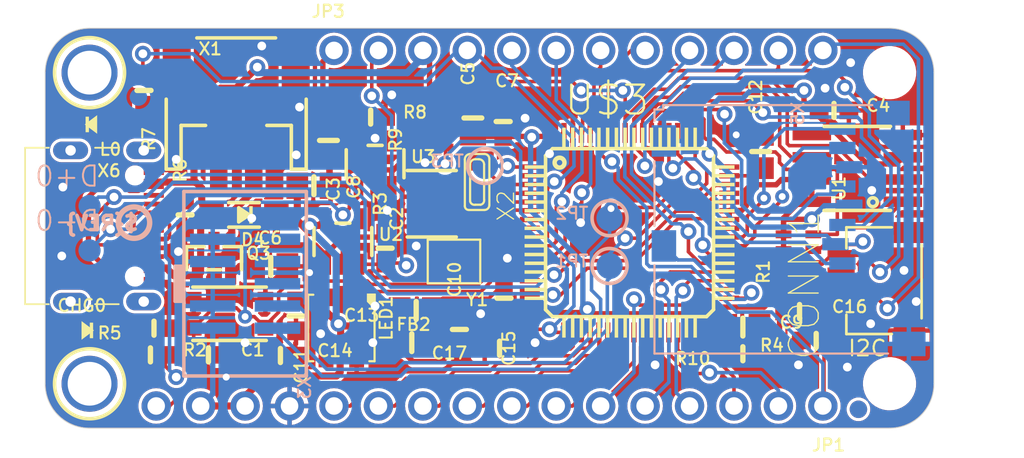
<source format=kicad_pcb>
(kicad_pcb (version 20221018) (generator pcbnew)
  (layers (0 "F.Cu" signal) (31 "B.Cu" signal) (34 "B.Paste" user) (35 "F.Paste" user) (36 "B.SilkS" user "B.Silkscreen") (37 "F.SilkS" user "F.Silkscreen") (38 "B.Mask" user) (39 "F.Mask" user) (44 "Edge.Cuts" user))
  (net 0 "")
  (net 1 "GND")
  (net 2 "MOSI")
  (net 3 "MISO")
  (net 4 "SCK")
  (net 5 "A5")
  (net 6 "A4")
  (net 7 "A3")
  (net 8 "A2")
  (net 9 "A1")
  (net 10 "D11")
  (net 11 "D12")
  (net 12 "+3V3")
  (net 13 "VBUS")
  (net 14 "VBAT")
  (net 15 "N$2")
  (net 16 "D13")
  (net 17 "A0")
  (net 18 "N$1")
  (net 19 "N$3")
  (net 20 "N$4")
  (net 21 "SCL")
  (net 22 "SDA")
  (net 23 "D9")
  (net 24 "D8_NEOPIX")
  (net 25 "D6")
  (net 26 "D5")
  (net 27 "D10")
  (net 28 "D+")
  (net 29 "D-")
  (net 30 "~{RESET}")
  (net 31 "N$5")
  (net 32 "N$7")
  (net 33 "EN")
  (net 34 "VHI")
  (net 35 "FLASH_MOSI")
  (net 36 "FLASH_MISO")
  (net 37 "FLASH_SCK")
  (net 38 "FLASH_CS")
  (net 39 "RX_D0")
  (net 40 "TX_D1")
  (net 41 "V_DIV")
  (net 42 "SWDIO")
  (net 43 "SWCLK")
  (net 44 "VCAP2")
  (net 45 "VCAP1")
  (net 46 "AVCC")
  (net 47 "BOOT0")
  (net 48 "SDIO_D2")
  (net 49 "SDIO_D3")
  (net 50 "SDIO_D0")
  (net 51 "SDIO_CLK")
  (net 52 "SDIO_D1")
  (net 53 "SDIO_CMD")
  (net 54 "CC1")
  (net 55 "CC2")
  (net 56 "N$6")
  (net 57 "N$8")
  (net 58 "SD_DETECT")
  (net 59 "BATTERY")
  (footprint "Adafruit Feather STM32F405 Express:MOUNTINGHOLE_2.5_PLATED" (layer "F.Cu") (at 125.6411 113.8936 -90)
    (fp_text reference "U$32" hide)
    (fp_text value "MOUNTINGHOLE2.5" hide)
  )
  (footprint "Adafruit Feather STM32F405 Express:SOT23-R" (layer "F.Cu") (at 132.7531 106.7181)
    (fp_text reference "Q3")
    (fp_text value "DMG3405")
  )
  (footprint "Adafruit Feather STM32F405 Express:USB_C_CUSB31-CFM2AX-01-X" (layer "F.Cu") (at 125.7681 104.8766 -90)
    (fp_text reference "X6")
    (fp_text value "")
  )
  (footprint "Adafruit Feather STM32F405 Express:1X16_ROUND" (layer "F.Cu") (at 148.5011 115.1636 180)
    (fp_text reference "JP1")
    (fp_text value "")
  )
  (footprint "Adafruit Feather STM32F405 Express:0603-NO" (layer "F.Cu") (at 141.7066 98.6536)
    (fp_text reference "R8")
    (fp_text value "5.1K")
  )
  (footprint "Adafruit Feather STM32F405 Express:FEATHER_STM32F405_TOP" (layer "F.Cu") (at 123.1011 116.4336)
    (fp_text reference "U$24" hide)
    (fp_text value "" hide)
  )
  (footprint "Adafruit Feather STM32F405 Express:FIDUCIAL_1MM" (layer "F.Cu") (at 169.5831 115.3541 -90)
    (fp_text reference "U$35" hide)
    (fp_text value "FIDUCIAL_1MM" hide)
  )
  (footprint "Adafruit Feather STM32F405 Express:0805-NO" (layer "F.Cu") (at 163.9951 100.6221 90)
    (fp_text reference "C12")
    (fp_text value "10µF")
  )
  (footprint "Adafruit Feather STM32F405 Express:FIDUCIAL_1MM" (layer "F.Cu") (at 133.5786 95.5421 -90)
    (fp_text reference "U$34" hide)
    (fp_text value "FIDUCIAL_1MM" hide)
  )
  (footprint "Adafruit Feather STM32F405 Express:0805-NO" (layer "F.Cu") (at 144.0561 111.5441)
    (fp_text reference "FB2")
    (fp_text value "ferrite")
  )
  (footprint "Adafruit Feather STM32F405 Express:RESPACK_4X0603" (layer "F.Cu") (at 145.1991 103.6066 90)
    (fp_text reference "C2")
    (fp_text value "22pF")
  )
  (footprint "Adafruit Feather STM32F405 Express:RESPACK_4X0603_NO" (layer "F.Cu") (at 145.1356 99.0981 90)
    (fp_text reference "R9")
    (fp_text value "100K")
  )
  (footprint "Adafruit Feather STM32F405 Express:0603-NO" (layer "F.Cu") (at 131.1021 104.2416 90)
    (fp_text reference "R6")
    (fp_text value "5.1K")
  )
  (footprint "Adafruit Feather STM32F405 Express:0603-NO" (layer "F.Cu") (at 146.778896 110.789807 90)
    (fp_text reference "C10")
    (fp_text value "1uF")
  )
  (footprint "Adafruit Feather STM32F405 Express:0805-NO" (layer "F.Cu") (at 162.9791 110.6551)
    (fp_text reference "C9")
    (fp_text value "10µF")
  )
  (footprint "Adafruit Feather STM32F405 Express:0805-NO" (layer "F.Cu") (at 147.5486 98.7044 90)
    (fp_text reference "C5")
    (fp_text value "10uF")
  )
  (footprint "Adafruit Feather STM32F405 Express:0603-NO" (layer "F.Cu") (at 166.2176 109.7661)
    (fp_text reference "C16")
    (fp_text value "1uF")
  )
  (footprint "Adafruit Feather STM32F405 Express:0805-NO" (layer "F.Cu") (at 135.9966 107.1861)
    (fp_text reference "C6")
    (fp_text value "10µF")
  )
  (footprint "Adafruit Feather STM32F405 Express:0603-NO" (layer "F.Cu") (at 129.3241 110.7186 180)
    (fp_text reference "R5")
    (fp_text value "5.1K")
  )
  (footprint "Adafruit Feather STM32F405 Express:JST_SH4" (layer "F.Cu") (at 171.1071 108.0516 90)
    (fp_text reference "CONN1")
    (fp_text value "STEMMA_I2C_QT" hide)
  )
  (footprint "Adafruit Feather STM32F405 Express:CHIPLED_0805_NOOUTLINE" (layer "F.Cu") (at 125.7461 99.0746 90)
    (fp_text reference "L0")
    (fp_text value "RED")
  )
  (footprint "Adafruit Feather STM32F405 Express:JSTPH2" (layer "F.Cu") (at 134.0231 97.1296)
    (fp_text reference "X1")
    (fp_text value "JSTPH")
  )
  (footprint "Adafruit Feather STM32F405 Express:SOT23-5" (layer "F.Cu") (at 141.9606 101.3206)
    (fp_text reference "U3")
    (fp_text value "MCP73831T-2ACI/OT")
  )
  (footprint "Adafruit Feather STM32F405 Express:SOT23-5" (layer "F.Cu") (at 140.1191 105.7656)
    (fp_text reference "U2")
    (fp_text value "AP2112-3.3")
  )
  (footprint "Adafruit Feather STM32F405 Express:RESPACK_4X0603_NO" (layer "F.Cu") (at 166.1541 106.6546 90)
    (fp_text reference "R1")
    (fp_text value "10K")
  )
  (footprint "Adafruit Feather STM32F405 Express:0603-NO" (layer "F.Cu") (at 128.7526 97.1296 -90)
    (fp_text reference "R7")
    (fp_text value "2.2K")
  )
  (footprint "Adafruit Feather STM32F405 Express:0603-NO" (layer "F.Cu") (at 149.2801 98.9074 90)
    (fp_text reference "C7")
    (fp_text value "1uF")
  )
  (footprint "Adafruit Feather STM32F405 Express:0603-NO" (layer "F.Cu") (at 142.5321 106.1466 90)
    (fp_text reference "R3")
    (fp_text value "10K")
  )
  (footprint "Adafruit Feather STM32F405 Express:0603-NO" (layer "F.Cu") (at 149.0726 111.8616 180)
    (fp_text reference "C17")
    (fp_text value "1uF")
  )
  (footprint "Adafruit Feather STM32F405 Express:1X12_ROUND" (layer "F.Cu") (at 153.5811 94.8436)
    (fp_text reference "JP3")
    (fp_text value "")
  )
  (footprint "Adafruit Feather STM32F405 Express:CHIPLED_0805_NOOUTLINE" (layer "F.Cu") (at 125.5141 110.8456 -90)
    (fp_text reference "CHG0")
    (fp_text value "ORANGE")
  )
  (footprint "Adafruit Feather STM32F405 Express:0805-NO" (layer "F.Cu") (at 144.3101 109.7026 180)
    (fp_text reference "C13")
    (fp_text value "10µF")
  )
  (footprint "Adafruit Feather STM32F405 Express:CRYSTAL_2.5X2" (layer "F.Cu") (at 146.4691 106.9086 180)
    (fp_text reference "Y1")
    (fp_text value "12mhz")
  )
  (footprint "Adafruit Feather STM32F405 Express:XTAL3215" (layer "F.Cu") (at 147.7899 102.362 90)
    (fp_text reference "X2")
    (fp_text value "32.768")
  )
  (footprint "Adafruit Feather STM32F405 Express:MOUNTINGHOLE_2.5_PLATED" (layer "F.Cu") (at 125.6411 96.1136 -90)
    (fp_text reference "U$31" hide)
    (fp_text value "MOUNTINGHOLE2.5" hide)
  )
  (footprint "" (layer "F.Cu") (at 171.3611 113.8936)
    (fp_text reference "@HOLE1" hide)
    (fp_text value "")
  )
  (footprint "Adafruit Feather STM32F405 Express:SOD-123" (layer "F.Cu") (at 134.4676 104.2416 180)
    (fp_text reference "D4")
    (fp_text value "MBR054")
  )
  (footprint "Adafruit Feather STM32F405 Express:0603-NO" (layer "F.Cu") (at 149.3266 109.0041 -90)
    (fp_text reference "C15")
    (fp_text value "0.1uF")
  )
  (footprint "" (layer "F.Cu") (at 171.3611 96.1136)
    (fp_text reference "@HOLE0" hide)
    (fp_text value "")
  )
  (footprint "Adafruit Feather STM32F405 Express:LED3535" (layer "F.Cu") (at 140.0302 110.7059 -90)
    (fp_text reference "LED1")
    (fp_text value "WS2812B3535")
  )
  (footprint "Adafruit Feather STM32F405 Express:BTN_KMR2_4.6X2.8" (layer "F.Cu") (at 133.6421 109.8931 180)
    (fp_text reference "SW1" hide)
    (fp_text value "KMR2" hide)
  )
  (footprint "Adafruit Feather STM32F405 Express:0603-NO" (layer "F.Cu") (at 137.4394 110.0201 -90)
    (fp_text reference "C11")
    (fp_text value "1uF")
  )
  (footprint "Adafruit Feather STM32F405 Express:0603-NO" (layer "F.Cu") (at 136.5504 112.279507)
    (fp_text reference "C14")
    (fp_text value "1uF")
  )
  (footprint "Adafruit Feather STM32F405 Express:0603-NO" (layer "F.Cu") (at 167.1701 111.4171 180)
    (fp_text reference "R4")
    (fp_text value "100K")
  )
  (footprint "Adafruit Feather STM32F405 Express:SOIC8_150MIL" (layer "F.Cu") (at 169.5196 101.5873 90)
    (fp_text reference "U1")
    (fp_text value "25Q16")
  )
  (footprint "Adafruit Feather STM32F405 Express:TQFP64" (layer "F.Cu") (at 156.5021 105.2576)
    (fp_text reference "U$3")
    (fp_text value "STM32F405R")
  )
  (footprint "Adafruit Feather STM32F405 Express:0805-NO" (layer "F.Cu") (at 139.2936 99.9871 -90)
    (fp_text reference "C3")
    (fp_text value "10µF")
  )
  (footprint "Adafruit Feather STM32F405 Express:0603-NO" (layer "F.Cu") (at 129.1209 112.2426)
    (fp_text reference "R2")
    (fp_text value "1K")
  )
  (footprint "Adafruit Feather STM32F405 Express:0805-NO" (layer "F.Cu") (at 138.4646 102.5756)
    (fp_text reference "C8")
    (fp_text value "10µF")
  )
  (footprint "Adafruit Feather STM32F405 Express:0603-NO" (layer "F.Cu") (at 168.1861 98.2726)
    (fp_text reference "C4")
    (fp_text value "1uF")
  )
  (footprint "Adafruit Feather STM32F405 Express:0603-NO" (layer "F.Cu") (at 132.4356 112.2426)
    (fp_text reference "C1")
    (fp_text value "0.1uF")
  )
  (footprint "Adafruit Feather STM32F405 Express:0603-NO" (layer "F.Cu") (at 162.9791 112.1791 180)
    (fp_text reference "R10")
    (fp_text value "100K")
  )
  (footprint "Adafruit Feather STM32F405 Express:FIDUCIAL_1MM" (layer "B.Cu") (at 169.5831 115.3541 180)
    (fp_text reference "U$37" hide)
    (fp_text value "FIDUCIAL_1MM" hide)
  )
  (footprint "Adafruit Feather STM32F405 Express:PCBFEAT-REV-040" (layer "B.Cu") (at 128.1811 104.6861 180)
    (fp_text reference "U$13" hide)
    (fp_text value "" hide)
  )
  (footprint "Adafruit Feather STM32F405 Express:B1,27" (layer "B.Cu") (at 125.6411 103.7336 180)
    (fp_text reference "D+0")
    (fp_text value "TPB1,27")
  )
  (footprint "Adafruit Feather STM32F405 Express:2X05_1.27MM_SMT" (layer "B.Cu") (at 134.5311 108.1786 90)
    (fp_text reference "X3")
    (fp_text value "")
  )
  (footprint "Adafruit Feather STM32F405 Express:FEATHER_STM32F405_BOT" (layer "B.Cu") (at 173.9011 116.4336 180)
    (fp_text reference "U$40" hide)
    (fp_text value "" hide)
  )
  (footprint "Adafruit Feather STM32F405 Express:MICROSD" (layer "B.Cu") (at 158.0261 98.0186 -90)
    (fp_text reference "X5")
    (fp_text value "")
  )
  (footprint "Adafruit Feather STM32F405 Express:TESTPOINT_ROUND_1.5MM" (layer "B.Cu") (at 155.3591 104.4321 180)
    (fp_text reference "TP2")
    (fp_text value "")
  )
  (footprint "Adafruit Feather STM32F405 Express:FIDUCIAL_1MM" (layer "B.Cu") (at 128.4351 97.5106 180)
    (fp_text reference "U$5" hide)
    (fp_text value "FIDUCIAL_1MM" hide)
  )
  (footprint "Adafruit Feather STM32F405 Express:B1,27" (layer "B.Cu") (at 125.6411 106.2736 180)
    (fp_text reference "D-0")
    (fp_text value "TPB1,27")
  )
  (footprint "Adafruit Feather STM32F405 Express:TESTPOINT_ROUND_1.5MM" (layer "B.Cu") (at 148.2471 101.4476 180)
    (fp_text reference "TP3")
    (fp_text value "")
  )
  (footprint "Adafruit Feather STM32F405 Express:TESTPOINT_ROUND_1.5MM" (layer "B.Cu") (at 155.3591 107.1626 180)
    (fp_text reference "TP1")
    (fp_text value "")
  )
  (gr_arc (start 171.3611 93.5736) (mid 173.157151 94.317549) (end 173.9011 96.1136) (stroke (width 0.05)) (layer "Edge.Cuts"))
  (gr_line (start 173.9011 113.8936) (end 173.9011 96.1136) (stroke (width 0.05)) (layer "Edge.Cuts"))
  (gr_line (start 171.3611 93.5736) (end 125.6411 93.5736) (stroke (width 0.05)) (layer "Edge.Cuts"))
  (gr_arc (start 125.6411 116.4336) (mid 123.845049 115.689651) (end 123.1011 113.8936) (stroke (width 0.05)) (layer "Edge.Cuts"))
  (gr_arc (start 173.9011 113.8936) (mid 173.157151 115.689651) (end 171.3611 116.4336) (stroke (width 0.05)) (layer "Edge.Cuts"))
  (gr_arc (start 123.1011 96.1136) (mid 123.845049 94.317549) (end 125.6411 93.5736) (stroke (width 0.05)) (layer "Edge.Cuts"))
  (gr_line (start 125.6411 116.4336) (end 171.3611 116.4336) (stroke (width 0.05)) (layer "Edge.Cuts"))
  (gr_line (start 123.1011 96.1136) (end 123.1011 113.8936) (stroke (width 0.05)) (layer "Edge.Cuts"))
  (gr_text "I2C" (at 170.0911 111.8616) (layer "F.SilkS") (effects (font (size 0.89408 0.89408) (thickness 0.12192))))
  (segment (start 129.8571 108.0766) (end 130.8736 109.0931) (width 0.3048) (layer "F.Cu") (net 1))
  (segment (start 145.0531 99.4981) (end 144.2856 99.4981) (width 0.254) (layer "F.Cu") (net 1))
  (segment (start 142.1511 99.6696) (end 141.9606 99.8601) (width 0.3048) (layer "F.Cu") (net 1))
  (segment (start 142.5566 98.6536) (end 142.1511 99.0591) (width 0.3048) (layer "F.Cu") (net 1))
  (segment (start 153.2093 111.65535) (end 153.00305 111.8616) (width 0.254) (layer "F.Cu") (net 1))
  (segment (start 166.3201 110.6551) (end 166.3201 111.4171) (width 0.3048) (layer "F.Cu") (net 1))
  (segment (start 129.3131 108.0766) (end 129.8571 108.0766) (width 0.3048) (layer "F.Cu") (net 1))
  (segment (start 136.9466 107.1861) (end 135.6921 108.4406) (width 0.254) (layer "F.Cu") (net 1))
  (segment (start 130.8736 109.0931) (end 131.5921 109.0931) (width 0.3048) (layer "F.Cu") (net 1))
  (segment (start 135.6921 108.4406) (end 135.6921 109.0931) (width 0.254) (layer "F.Cu") (net 1))
  (segment (start 153.2521 110.9576) (end 153.2093 111.0004) (width 0.254) (layer "F.Cu") (net 1))
  (segment (start 167.0676 109.9076) (end 166.3201 110.6551) (width 0.3048) (layer "F.Cu") (net 1))
  (segment (start 145.4721 98.6981) (end 145.0721 99.0981) (width 0.254) (layer "F.Cu") (net 1))
  (segment (start 153.2093 111.0004) (end 153.2093 111.65535) (width 0.254) (layer "F.Cu") (net 1))
  (segment (start 153.00305 111.8616) (end 152.2476 111.8616) (width 0.254) (layer "F.Cu") (net 1))
  (segment (start 167.0676 109.7661) (end 167.0676 109.9076) (width 0.3048) (layer "F.Cu") (net 1))
  (segment (start 167.6781 97.0026) (end 168.9481 98.2726) (width 0.3048) (layer "F.Cu") (net 1))
  (segment (start 145.9856 98.6981) (end 145.4721 98.6981) (width 0.254) (layer "F.Cu") (net 1))
  (segment (start 145.0721 99.4791) (end 145.0531 99.4981) (width 0.254) (layer "F.Cu") (net 1))
  (segment (start 142.1511 99.0591) (end 142.1511 99.6696) (width 0.3048) (layer "F.Cu") (net 1))
  (segment (start 145.0721 99.0981) (end 145.0721 99.4791) (width 0.254) (layer "F.Cu") (net 1))
  (segment (start 146.6049 98.6981) (end 147.5486 97.7544) (width 0.3048) (layer "F.Cu") (net 1))
  (segment (start 145.9856 98.6981) (end 146.6049 98.6981) (width 0.3048) (layer "F.Cu") (net 1))
  (segment (start 168.9481 98.2726) (end 169.0361 98.2726) (width 0.3048) (layer "F.Cu") (net 1))
  (via (at 134.9121 104.4321) (size 0.9064) (drill 0.5) (layers "F.Cu" "B.Cu") (net 1))
  (via (at 138.8491 111.0361) (size 0.9064) (drill 0.5) (layers "F.Cu" "B.Cu") (net 1))
  (via (at 141.9606 99.8601) (size 0.9064) (drill 0.5) (layers "F.Cu" "B.Cu") (net 1))
  (via (at 130.7211 106.3371) (size 0.9064) (drill 0.5) (layers "F.Cu" "B.Cu") (net 1))
  (via (at 142.9131 97.3836) (size 0.9064) (drill 0.5) (layers "F.Cu" "B.Cu") (net 1))
  (via (at 135.4836 94.5896) (size 0.9064) (drill 0.5) (layers "F.Cu" "B.Cu") (net 1))
  (via (at 124.1171 102.6541) (size 0.9064) (drill 0.5) (layers "F.Cu" "B.Cu") (net 1))
  (via (at 170.2816 110.4646) (size 0.9064) (drill 0.5) (layers "F.Cu" "B.Cu") (net 1))
  (via (at 167.6781 97.0026) (size 0.9064) (drill 0.5) (layers "F.Cu" "B.Cu") (net 1))
  (via (at 172.8851 109.1946) (size 0.9064) (drill 0.5) (layers "F.Cu" "B.Cu") (net 1))
  (via (at 170.3451 102.8446) (size 0.9064) (drill 0.5) (layers "F.Cu" "B.Cu") (net 1))
  (via (at 124.0536 106.5911) (size 0.9064) (drill 0.5) (layers "F.Cu" "B.Cu") (net 1))
  (via (at 141.9606 109.4486) (size 0.9064) (drill 0.5) (layers "F.Cu" "B.Cu") (net 1))
  (via (at 151.1046 111.5441) (size 0.9064) (drill 0.5) (layers "F.Cu" "B.Cu") (net 1))
  (via (at 151.9301 100.7491) (size 0.9064) (drill 0.5) (layers "F.Cu" "B.Cu") (net 1))
  (via (at 134.5311 111.5441) (size 0.9064) (drill 0.5) (layers "F.Cu" "B.Cu") (net 1))
  (via (at 144.8181 101.2571) (size 0.9064) (drill 0.5) (layers "F.Cu" "B.Cu") (net 1))
  (via (at 133.4516 113.5126) (size 0.8064) (drill 0.4) (layers "F.Cu" "B.Cu") (net 1))
  (via (at 153.7081 104.6861) (size 0.9064) (drill 0.5) (layers "F.Cu" "B.Cu") (net 1))
  (via (at 162.5981 99.6696) (size 0.8001) (drill 0.3937) (layers "F.Cu" "B.Cu") (net 1))
  (via (at 158.1531 102.3366) (size 0.9064) (drill 0.5) (layers "F.Cu" "B.Cu") (net 1))
  (via (at 144.3101 106.0196) (size 0.9064) (drill 0.5) (layers "F.Cu" "B.Cu") (net 1))
  (via (at 147.9931 109.8931) (size 0.9064) (drill 0.5) (layers "F.Cu" "B.Cu") (net 1))
  (via (at 138.2141 107.5436) (size 0.8064) (drill 0.4) (layers "F.Cu" "B.Cu") (net 1))
  (via (at 137.4521 100.8126) (size 0.9064) (drill 0.5) (layers "F.Cu" "B.Cu") (net 1))
  (via (at 169.1386 95.5421) (size 0.9064) (drill 0.5) (layers "F.Cu" "B.Cu") (net 1))
  (via (at 149.5171 106.7181) (size 0.9064) (drill 0.5) (layers "F.Cu" "B.Cu") (net 1))
  (via (at 150.5331 98.7171) (size 0.9064) (drill 0.5) (layers "F.Cu" "B.Cu") (net 1))
  (via (at 137.6426 98.0821) (size 0.9064) (drill 0.5) (layers "F.Cu" "B.Cu") (net 1))
  (via (at 166.1541 112.8141) (size 0.9064) (drill 0.5) (layers "F.Cu" "B.Cu") (net 1))
  (via (at 141.8336 111.5441) (size 0.9064) (drill 0.5) (layers "F.Cu" "B.Cu") (net 1))
  (via (at 130.5941 101.0666) (size 0.9064) (drill 0.5) (layers "F.Cu" "B.Cu") (net 1))
  (via (at 172.1866 107.4166) (size 0.9064) (drill 0.5) (layers "F.Cu" "B.Cu") (net 1))
  (via (at 157.9626 112.8141) (size 0.9064) (drill 0.5) (layers "F.Cu" "B.Cu") (net 1))
  (via (at 142.6591 103.9876) (size 0.9064) (drill 0.5) (layers "F.Cu" "B.Cu") (net 1))
  (via (at 168.9481 112.9411) (size 0.9064) (drill 0.5) (layers "F.Cu" "B.Cu") (net 1))
  (segment (start 171.5661 98.4186) (end 170.9991 98.4186) (width 0.3048) (layer "B.Cu") (net 1))
  (segment (start 170.9991 98.4186) (end 169.8371 97.2566) (width 0.3048) (layer "B.Cu") (net 1))
  (segment (start 158.8241 107.5076) (end 158.303812 108.027888) (width 0.2032) (layer "F.Cu") (net 2))
  (segment (start 158.303812 108.027888) (end 158.303812 108.5116) (width 0.2032) (layer "F.Cu") (net 2))
  (segment (start 162.2021 107.5076) (end 158.8241 107.5076) (width 0.2032) (layer "F.Cu") (net 2))
  (via (at 158.303812 108.5116) (size 0.9064) (drill 0.5) (layers "F.Cu" "B.Cu") (net 2))
  (segment (start 158.748312 113.806388) (end 157.3911 115.1636) (width 0.2032) (layer "B.Cu") (net 2))
  (segment (start 158.748312 109.1466) (end 158.748312 113.806388) (width 0.2032) (layer "B.Cu") (net 2))
  (segment (start 158.303812 108.7021) (end 158.303812 108.5116) (width 0.2032) (layer "B.Cu") (net 2))
  (segment (start 158.748312 109.1466) (end 158.303812 108.7021) (width 0.2032) (layer "B.Cu") (net 2))
  (segment (start 159.9271 108.0076) (end 159.5501 108.3846) (width 0.2032) (layer "F.Cu") (net 3))
  (segment (start 162.2021 108.0076) (end 159.9271 108.0076) (width 0.2032) (layer "F.Cu") (net 3))
  (segment (start 159.5501 108.3846) (end 159.5501 108.5751) (width 0.2032) (layer "F.Cu") (net 3))
  (via (at 159.5501 108.5751) (size 0.9064) (drill 0.5) (layers "F.Cu" "B.Cu") (net 3))
  (segment (start 159.5501 108.5751) (end 159.1691 108.9561) (width 0.2032) (layer "B.Cu") (net 3))
  (segment (start 159.1691 114.4016) (end 159.9311 115.1636) (width 0.2032) (layer "B.Cu") (net 3))
  (segment (start 159.1691 108.9561) (end 159.1691 114.4016) (width 0.2032) (layer "B.Cu") (net 3))
  (segment (start 159.9796 109.3966) (end 157.0851 109.3966) (width 0.2032) (layer "F.Cu") (net 4))
  (segment (start 160.8686 108.5076) (end 159.9796 109.3966) (width 0.2032) (layer "F.Cu") (net 4))
  (segment (start 162.2021 108.5076) (end 160.8686 108.5076) (width 0.2032) (layer "F.Cu") (net 4))
  (segment (start 156.7561 109.0676) (end 157.0851 109.3966) (width 0.2032) (layer "F.Cu") (net 4))
  (via (at 156.7561 109.0676) (size 0.9064) (drill 0.5) (layers "F.Cu" "B.Cu") (net 4))
  (segment (start 156.7561 113.2586) (end 154.8511 115.1636) (width 0.2032) (layer "B.Cu") (net 4))
  (segment (start 156.7561 109.0676) (end 156.7561 113.2586) (width 0.2032) (layer "B.Cu") (net 4))
  (segment (start 154.37765 114.0206) (end 153.23465 115.1636) (width 0.2032) (layer "F.Cu") (net 5))
  (segment (start 156.7521 110.9576) (end 156.7521 112.6276) (width 0.2032) (layer "F.Cu") (net 5))
  (segment (start 155.3591 114.0206) (end 154.37765 114.0206) (width 0.2032) (layer "F.Cu") (net 5))
  (segment (start 156.7521 112.6276) (end 155.3591 114.0206) (width 0.2032) (layer "F.Cu") (net 5))
  (segment (start 153.23465 115.1636) (end 152.3111 115.1636) (width 0.2032) (layer "F.Cu") (net 5))
  (segment (start 153.830487 114.0206) (end 151.8031 114.0206) (width 0.2032) (layer "F.Cu") (net 6))
  (segment (start 154.262287 113.5888) (end 153.830487 114.0206) (width 0.2032) (layer "F.Cu") (net 6))
  (segment (start 150.6601 115.1636) (end 149.7711 115.1636) (width 0.2032) (layer "F.Cu") (net 6))
  (segment (start 156.2521 112.516938) (end 155.180237 113.5888) (width 0.2032) (layer "F.Cu") (net 6))
  (segment (start 151.8031 114.0206) (end 150.6601 115.1636) (width 0.2032) (layer "F.Cu") (net 6))
  (segment (start 156.2521 110.9576) (end 156.2521 112.516938) (width 0.2032) (layer "F.Cu") (net 6))
  (segment (start 155.180237 113.5888) (end 154.262287 113.5888) (width 0.2032) (layer "F.Cu") (net 6))
  (segment (start 149.29765 114.0206) (end 151.255937 114.0206) (width 0.2032) (layer "F.Cu") (net 7))
  (segment (start 155.7521 112.406275) (end 155.001375 113.157) (width 0.2032) (layer "F.Cu") (net 7))
  (segment (start 148.15465 115.1636) (end 149.29765 114.0206) (width 0.2032) (layer "F.Cu") (net 7))
  (segment (start 154.146925 113.157) (end 153.715125 113.5888) (width 0.2032) (layer "F.Cu") (net 7))
  (segment (start 155.001375 113.157) (end 154.146925 113.157) (width 0.2032) (layer "F.Cu") (net 7))
  (segment (start 151.687737 113.5888) (end 153.715125 113.5888) (width 0.2032) (layer "F.Cu") (net 7))
  (segment (start 155.7521 110.9576) (end 155.7521 112.406275) (width 0.2032) (layer "F.Cu") (net 7))
  (segment (start 148.15465 115.1636) (end 147.2311 115.1636) (width 0.2032) (layer "F.Cu") (net 7))
  (segment (start 151.255937 114.0206) (end 151.687737 113.5888) (width 0.2032) (layer "F.Cu") (net 7))
  (segment (start 149.1869 113.5888) (end 148.7551 114.0206) (width 0.2032) (layer "F.Cu") (net 8))
  (segment (start 146.75765 114.0206) (end 145.61465 115.1636) (width 0.2032) (layer "F.Cu") (net 8))
  (segment (start 153.599762 113.157) (end 151.572375 113.157) (width 0.2032) (layer "F.Cu") (net 8))
  (segment (start 154.7495 112.7252) (end 154.031562 112.7252) (width 0.2032) (layer "F.Cu") (net 8))
  (segment (start 151.140575 113.5888) (end 149.1869 113.5888) (width 0.2032) (layer "F.Cu") (net 8))
  (segment (start 145.61465 115.1636) (end 144.6911 115.1636) (width 0.2032) (layer "F.Cu") (net 8))
  (segment (start 154.031562 112.7252) (end 153.599762 113.157) (width 0.2032) (layer "F.Cu") (net 8))
  (segment (start 151.572375 113.157) (end 151.140575 113.5888) (width 0.2032) (layer "F.Cu") (net 8))
  (segment (start 148.7551 114.0206) (end 146.75765 114.0206) (width 0.2032) (layer "F.Cu") (net 8))
  (segment (start 155.2521 110.9576) (end 155.2521 112.2226) (width 0.2032) (layer "F.Cu") (net 8))
  (segment (start 155.2521 112.2226) (end 154.7495 112.7252) (width 0.2032) (layer "F.Cu") (net 8))
  (segment (start 143.07465 115.1636) (end 142.1511 115.1636) (width 0.2032) (layer "F.Cu") (net 9))
  (segment (start 154.7521 110.9576) (end 154.7521 111.9606) (width 0.2032) (layer "F.Cu") (net 9))
  (segment (start 151.457012 112.7252) (end 151.025212 113.157) (width 0.2032) (layer "F.Cu") (net 9))
  (segment (start 149.071537 113.157) (end 148.639737 113.5888) (width 0.2032) (layer "F.Cu") (net 9))
  (segment (start 144.21765 114.0206) (end 143.07465 115.1636) (width 0.2032) (layer "F.Cu") (net 9))
  (segment (start 153.4209 112.7252) (end 151.457012 112.7252) (width 0.2032) (layer "F.Cu") (net 9))
  (segment (start 154.7521 111.9606) (end 154.4193 112.2934) (width 0.2032) (layer "F.Cu") (net 9))
  (segment (start 146.210487 114.0206) (end 144.21765 114.0206) (width 0.2032) (layer "F.Cu") (net 9))
  (segment (start 151.025212 113.157) (end 149.071537 113.157) (width 0.2032) (layer "F.Cu") (net 9))
  (segment (start 154.4193 112.2934) (end 153.8527 112.2934) (width 0.2032) (layer "F.Cu") (net 9))
  (segment (start 148.639737 113.5888) (end 146.642287 113.5888) (width 0.2032) (layer "F.Cu") (net 9))
  (segment (start 146.642287 113.5888) (end 146.210487 114.0206) (width 0.2032) (layer "F.Cu") (net 9))
  (segment (start 153.8527 112.2934) (end 153.4209 112.7252) (width 0.2032) (layer "F.Cu") (net 9))
  (segment (start 152.8191 104.4956) (end 152.8191 105.9561) (width 0.2032) (layer "F.Cu") (net 10))
  (segment (start 153.7716 103.5431) (end 153.7716 102.9716) (width 0.2032) (layer "F.Cu") (net 10))
  (segment (start 152.2676 106.5076) (end 152.8191 105.9561) (width 0.2032) (layer "F.Cu") (net 10))
  (segment (start 150.8021 106.5076) (end 152.2676 106.5076) (width 0.2032) (layer "F.Cu") (net 10))
  (segment (start 153.7716 103.5431) (end 152.8191 104.4956) (width 0.2032) (layer "F.Cu") (net 10))
  (via (at 153.7716 102.9716) (size 0.9064) (drill 0.5) (layers "F.Cu" "B.Cu") (net 10))
  (segment (start 153.7716 102.9716) (end 154.2796 102.4636) (width 0.2032) (layer "B.Cu") (net 10))
  (segment (start 152.3111 94.8436) (end 152.3111 97.7011) (width 0.2032) (layer "B.Cu") (net 10))
  (segment (start 154.2796 99.6696) (end 154.2796 102.4636) (width 0.2032) (layer "B.Cu") (net 10))
  (segment (start 154.2796 99.6696) (end 152.3111 97.7011) (width 0.2032) (layer "B.Cu") (net 10))
  (segment (start 152.3151 103.8011) (end 152.6326 103.4836) (width 0.2032) (layer "F.Cu") (net 11))
  (segment (start 152.0771 106.0076) (end 150.8021 106.0076) (width 0.2032) (layer "F.Cu") (net 11))
  (segment (start 152.3151 105.7696) (end 152.0771 106.0076) (width 0.2032) (layer "F.Cu") (net 11))
  (segment (start 152.3151 103.8011) (end 152.3151 105.7696) (width 0.2032) (layer "F.Cu") (net 11))
  (via (at 152.6326 103.4836) (size 0.9064) (drill 0.5) (layers "F.Cu" "B.Cu") (net 11))
  (segment (start 153.7843 101.8239) (end 153.7843 99.721463) (width 0.2032) (layer "B.Cu") (net 11))
  (segment (start 149.7711 94.8436) (end 149.7711 95.708263) (width 0.2032) (layer "B.Cu") (net 11))
  (segment (start 153.7843 99.721463) (end 149.7711 95.708263) (width 0.2032) (layer "B.Cu") (net 11))
  (segment (start 153.7843 101.8239) (end 152.6326 102.9756) (width 0.2032) (layer "B.Cu") (net 11))
  (segment (start 152.6326 103.4836) (end 152.6326 102.9756) (width 0.2032) (layer "B.Cu") (net 11))
  (segment (start 162.2195 103.9902) (end 162.910375 103.9902) (width 0.3048) (layer "F.Cu") (net 12))
  (segment (start 165.3676 109.7661) (end 165.0746 110.0591) (width 0.3048) (layer "F.Cu") (net 12))
  (segment (start 143.0731 111.5771) (end 142.0876 110.5916) (width 0.4064) (layer "F.Cu") (net 12))
  (segment (start 145.762875 112.6243) (end 146.435325 111.95185) (width 0.3048) (layer "F.Cu") (net 12))
  (segment (start 168.156375 98.9251) (end 168.3498 99.118525) (width 0.3048) (layer "F.Cu") (net 12))
  (segment (start 139.9612 113.240713) (end 139.752812 113.4491) (width 0.4064) (layer "F.Cu") (net 12))
  (segment (start 135.7004 113.4491) (end 135.7004 112.279507) (width 0.4064) (layer "F.Cu") (net 12))
  (segment (start 164.2001 109.5121) (end 165.01835 108.69385) (width 0.3048) (layer "F.Cu") (net 12))
  (segment (start 143.1061 111.5441) (end 143.61285 112.05085) (width 0.3048) (layer "F.Cu") (net 12))
  (segment (start 163.4284 102.5223) (end 164.881875 102.5223) (width 0.3048) (layer "F.Cu") (net 12))
  (segment (start 167.01135 98.30435) (end 167.6321 98.9251) (width 0.3048) (layer "F.Cu") (net 12))
  (segment (start 153.8546 109.8736) (end 154.0891 109.6391) (width 0.3048) (layer "F.Cu") (net 12))
  (segment (start 138.7881 104.8465) (end 138.2007 104.8465) (width 0.4064) (layer "F.Cu") (net 12))
  (segment (start 166.9196 103.4923) (end 166.228006 103.4923) (width 0.3048) (layer "F.Cu") (net 12))
  (segment (start 142.0876 110.5916) (end 139.9921 110.5916) (width 0.4064) (layer "F.Cu") (net 12))
  (segment (start 168.2121 108.5516) (end 167.9501 108.8136) (width 0.3048) (layer "F.Cu") (net 12))
  (segment (start 163.1696 102.7811) (end 163.4284 102.5223) (width 0.3048) (layer "F.Cu") (net 12))
  (segment (start 139.8651 110.4646) (end 139.9921 110.5916) (width 0.4064) (layer "F.Cu") (net 12))
  (segment (start 166.9196 103.4923) (end 166.9196 102.2223) (width 0.3048) (layer "F.Cu") (net 12))
  (segment (start 162.2021 104.0076) (end 162.2195 103.9902) (width 0.3048) (layer "F.Cu") (net 12))
  (segment (start 143.1061 111.5441) (end 143.0731 111.5771) (width 0.3048) (layer "F.Cu") (net 12))
  (segment (start 166.4716 97.7646) (end 167.01135 98.30435) (width 0.3048) (layer "F.Cu") (net 12))
  (segment (start 154.3431 109.8931) (end 154.0891 109.6391) (width 0.3048) (layer "F.Cu") (net 12))
  (segment (start 135.7004 113.4491) (end 134.6844 114.4651) (width 0.4064) (layer "F.Cu") (net 12))
  (segment (start 150.8709 99.7574) (end 150.9101 99.7966) (width 0.3048) (layer "F.Cu") (net 12))
  (segment (start 138.2007 104.8465) (end 138.2141 104.8599) (width 0.4064) (layer "F.Cu") (net 12))
  (segment (start 139.1691 104.4655) (end 138.7881 104.8465) (width 0.4064) (layer "F.Cu") (net 12))
  (segment (start 139.9612 111.809088) (end 139.9612 113.240713) (width 0.4064) (layer "F.Cu") (net 12))
  (segment (start 154.0891 109.6391) (end 153.8351 109.8931) (width 0.3048) (layer "F.Cu") (net 12))
  (segment (start 165.1381 108.8136) (end 165.01835 108.69385) (width 0.3048) (layer "F.Cu") (net 12))
  (segment (start 137.5146 104.5581) (end 137.5146 102.5756) (width 0.4064) (layer "F.Cu") (net 12))
  (segment (start 167.3361 98.2726) (end 167.30435 98.30435) (width 0.3048) (layer "F.Cu") (net 12))
  (segment (start 146.587465 111.448375) (end 146.778896 111.639807) (width 0.4064) (layer "F.Cu") (net 12))
  (segment (start 164.881875 102.5223) (end 165.181875 102.2223) (width 0.3048) (layer "F.Cu") (net 12))
  (segment (start 160.6331 109.5121) (end 164.2001 109.5121) (width 0.3048) (layer "F.Cu") (net 12))
  (segment (start 134.6844 114.4651) (end 134.6844 115.1636) (width 0.4064) (layer "F.Cu") (net 12))
  (segment (start 137.4394 109.1701) (end 138.941 109.1701) (width 0.4064) (layer "F.Cu") (net 12))
  (segment (start 160.6331 109.8931) (end 160.6331 109.5121) (width 0.3048) (layer "F.Cu") (net 12))
  (segment (start 147.382603 110.8456) (end 146.778896 111.449307) (width 0.4064) (layer "F.Cu") (net 12))
  (segment (start 153.7521 110.9576) (end 153.7521 109.8931) (width 0.3048) (layer "F.Cu") (net 12))
  (segment (start 166.228006 103.4923) (end 165.3041 104.416207) (width 0.3048) (layer "F.Cu") (net 12))
  (segment (start 139.1552 109.7547) (end 139.1552 108.9559) (width 0.4064) (layer "F.Cu") (net 12))
  (segment (start 150.9336 109.8736) (end 149.9616 110.8456) (width 0.4064) (layer "F.Cu") (net 12))
  (segment (start 138.941 109.1701) (end 139.1552 108.9559) (width 0.4064) (layer "F.Cu") (net 12))
  (segment (start 153.8546 109.8736) (end 150.9336 109.8736) (width 0.4064) (layer "F.Cu") (net 12))
  (segment (start 165.3041 105.3546) (end 165.3041 104.4956) (width 0.3048) (layer "F.Cu") (net 12))
  (segment (start 161.8326 101.5076) (end 161.0741 100.7491) (width 0.3048) (layer "F.Cu") (net 12))
  (segment (start 138.2141 105.2576) (end 137.5146 104.5581) (width 0.4064) (layer "F.Cu") (net 12))
  (segment (start 162.2021 104.0076) (end 162.2021 104.5076) (width 0.3048) (layer "F.Cu") (net 12))
  (segment (start 165.3041 107.0546) (end 165.3041 106.2546) (width 0.3048) (layer "F.Cu") (net 12))
  (segment (start 168.5931 108.5516) (end 168.2121 108.5516) (width 0.3048) (layer "F.Cu") (net 12))
  (segment (start 165.1381 108.1206) (end 165.1381 108.8136) (width 0.3048) (layer "F.Cu") (net 12))
  (segment (start 143.61285 112.05085) (end 143.61285 112.11435) (width 0.3048) (layer "F.Cu") (net 12))
  (segment (start 146.435325 111.95185) (end 146.435325 111.448375) (width 0.3048) (layer "F.Cu") (net 12))
  (segment (start 160.2521 110.9576) (end 160.2521 109.8931) (width 0.3048) (layer "F.Cu") (net 12))
  (segment (start 144.1228 112.6243) (end 143.61285 112.11435) (width 0.3048) (layer "F.Cu") (net 12))
  (segment (start 146.778896 111.449307) (end 146.778896 111.639807) (width 0.4064) (layer "F.Cu") (net 12))
  (segment (start 153.8351 109.8931) (end 153.7521 109.8931) (width 0.3048) (layer "F.Cu") (net 12))
  (segment (start 165.3676 109.7661) (end 165.1381 109.5366) (width 0.3048) (layer "F.Cu") (net 12))
  (segment (start 139.9921 111.778188) (end 139.9612 111.809088) (width 0.4064) (layer "F.Cu") (net 12))
  (segment (start 149.2801 99.7574) (end 150.8709 99.7574) (width 0.3048) (layer "F.Cu") (net 12))
  (segment (start 147.6516 99.7574) (end 149.2801 99.7574) (width 0.3048) (layer "F.Cu") (net 12))
  (segment (start 149.9616 110.8456) (end 147.382603 110.8456) (width 0.4064) (layer "F.Cu") (net 12))
  (segment (start 171.7386 101.3333) (end 172.1196 100.9523) (width 0.3048) (layer "F.Cu") (net 12))
  (segment (start 167.6321 98.9251) (end 168.156375 98.9251) (width 0.3048) (layer "F.Cu") (net 12))
  (segment (start 167.30435 98.30435) (end 167.01135 98.30435) (width 0.3048) (layer "F.Cu") (net 12))
  (segment (start 147.5486 99.6544) (end 147.6516 99.7574) (width 0.3048) (layer "F.Cu") (net 12))
  (segment (start 160.6331 109.8931) (end 160.2521 109.8931) (width 0.3048) (layer "F.Cu") (net 12))
  (segment (start 139.752812 113.4491) (end 135.7004 113.4491) (width 0.4064) (layer "F.Cu") (net 12))
  (segment (start 165.181875 102.2223) (end 166.9196 102.2223) (width 0.3048) (layer "F.Cu") (net 12))
  (segment (start 144.1228 112.6243) (end 145.762875 112.6243) (width 0.3048) (layer "F.Cu") (net 12))
  (segment (start 168.3498 99.6061) (end 170.077 101.3333) (width 0.3048) (layer "F.Cu") (net 12))
  (segment (start 152.5523 99.7574) (end 150.8709 99.7574) (width 0.3048) (layer "F.Cu") (net 12))
  (segment (start 165.0746 111.5441) (end 164.4396 112.1791) (width 0.3048) (layer "F.Cu") (net 12))
  (segment (start 166.4716 97.1296) (end 166.4716 97.7646) (width 0.3048) (layer "F.Cu") (net 12))
  (segment (start 134.6844 115.1636) (end 134.5311 115.1636) (width 0.4064) (layer "F.Cu") (net 12))
  (segment (start 164.4396 112.1791) (end 163.8291 112.1791) (width 0.3048) (layer "F.Cu") (net 12))
  (segment (start 165.3041 106.2546) (end 165.3041 105.3546) (width 0.3048) (layer "F.Cu") (net 12))
  (segment (start 166.9251 104.4956) (end 165.3041 104.4956) (width 0.3048) (layer "F.Cu") (net 12))
  (segment (start 152.7521 99.5576) (end 152.5523 99.7574) (width 0.3048) (layer "F.Cu") (net 12))
  (segment (start 139.9921 110.5916) (end 139.9921 111.778188) (width 0.4064) (layer "F.Cu") (net 12))
  (segment (start 165.3041 107.9546) (end 165.3041 107.0546) (width 0.3048) (layer "F.Cu") (net 12))
  (segment (start 162.910375 103.9902) (end 163.1696 103.730975) (width 0.3048) (layer "F.Cu") (net 12))
  (segment (start 139.8651 110.4646) (end 139.1552 109.7547) (width 0.4064) (layer "F.Cu") (net 12))
  (segment (start 138.2141 104.8599) (end 138.2141 105.2576) (width 0.3048) (layer "F.Cu") (net 12))
  (segment (start 165.3041 105.3546) (end 165.3041 104.416207) (width 0.3048) (layer "F.Cu") (net 12))
  (segment (start 163.1696 103.730975) (end 163.1696 102.7811) (width 0.3048) (layer "F.Cu") (net 12))
  (segment (start 160.2521 109.8931) (end 154.3431 109.8931) (width 0.3048) (layer "F.Cu") (net 12))
  (segment (start 162.2021 101.5076) (end 161.8326 101.5076) (width 0.3048) (layer "F.Cu") (net 12))
  (segment (start 170.077 101.3333) (end 171.7386 101.3333) (width 0.3048) (layer "F.Cu") (net 12))
  (segment (start 167.9501 108.8136) (end 165.1381 108.8136) (width 0.3048) (layer "F.Cu") (net 12))
  (segment (start 165.3041 107.9546) (end 165.1381 108.1206) (width 0.3048) (layer "F.Cu") (net 12))
  (segment (start 131.9911 115.1636) (end 134.5311 115.1636) (width 0.4064) (layer "F.Cu") (net 12))
  (segment (start 146.435325 111.448375) (end 146.587465 111.448375) (width 0.3048) (layer "F.Cu") (net 12))
  (segment (start 165.0746 110.0591) (end 165.0746 111.5441) (width 0.3048) (layer "F.Cu") (net 12))
  (segment (start 168.3498 99.118525) (end 168.3498 99.6061) (width 0.3048) (layer "F.Cu") (net 12))
  (segment (start 165.1381 109.5366) (end 165.1381 108.8136) (width 0.3048) (layer "F.Cu") (net 12))
  (via (at 138.2141 104.8599) (size 0.9064) (drill 0.5) (layers "F.Cu" "B.Cu") (net 12))
  (via (at 161.0741 100.7491) (size 0.9064) (drill 0.5) (layers "F.Cu" "B.Cu") (net 12))
  (via (at 154.0891 109.6391) (size 0.9064) (drill 0.5) (layers "F.Cu" "B.Cu") (net 12))
  (via (at 150.9101 99.7966) (size 0.9064) (drill 0.5) (layers "F.Cu" "B.Cu") (net 12))
  (via (at 166.9251 104.4956) (size 0.9064) (drill 0.5) (layers "F.Cu" "B.Cu") (net 12))
  (via (at 139.8651 110.4646) (size 0.9064) (drill 0.5) (layers "F.Cu" "B.Cu") (net 12))
  (via (at 166.4716 97.1296) (size 0.9064) (drill 0.5) (layers "F.Cu" "B.Cu") (net 12))
  (segment (start 166.4806 104.9401) (end 163.549781 104.9401) (width 0.3048) (layer "B.Cu") (net 12))
  (segment (start 139.8651 110.4646) (end 139.7381 110.3376) (width 0.4064) (layer "B.Cu") (net 12))
  (segment (start 161.0741 98.1456) (end 161.0741 100.7491) (width 0.3048) (layer "B.Cu") (net 12))
  (segment (start 139.7381 106.5744) (end 138.2141 105.0504) (width 0.4064) (layer "B.Cu") (net 12))
  (segment (start 162.9791 97.5741) (end 161.6456 97.5741) (width 0.3048) (layer "B.Cu") (net 12))
  (segment (start 150.8466 99.8601) (end 150.8466 103.9836) (width 0.3048) (layer "B.Cu") (net 12))
  (segment (start 154.0891 109.6391) (end 153.8351 109.3851) (width 0.3048) (layer "B.Cu") (net 12))
  (segment (start 166.9251 104.4956) (end 166.4806 104.9401) (width 0.3048) (layer "B.Cu") (net 12))
  (segment (start 163.4236 97.1296) (end 162.9791 97.5741) (width 0.3048) (layer "B.Cu") (net 12))
  (segment (start 138.2141 105.0504) (end 138.2141 104.8599) (width 0.4064) (layer "B.Cu") (net 12))
  (segment (start 139.7381 106.5744) (end 139.7381 110.3376) (width 0.4064) (layer "B.Cu") (net 12))
  (segment (start 166.89335 104.46385) (end 166.9251 104.4956) (width 0.3048) (layer "B.Cu") (net 12))
  (segment (start 162.4076 102.0826) (end 162.4076 103.797919) (width 0.3048) (layer "B.Cu") (net 12))
  (segment (start 167.6386 103.7186) (end 166.89335 104.46385) (width 0.3048) (layer "B.Cu") (net 12))
  (segment (start 161.0741 100.7491) (end 162.4076 102.0826) (width 0.3048) (layer "B.Cu") (net 12))
  (segment (start 153.8351 106.9721) (end 150.8466 103.9836) (width 0.3048) (layer "B.Cu") (net 12))
  (segment (start 163.549781 104.9401) (end 162.4076 103.797919) (width 0.3048) (layer "B.Cu") (net 12))
  (segment (start 169.0661 103.7186) (end 167.6386 103.7186) (width 0.3048) (layer "B.Cu") (net 12))
  (segment (start 161.6456 97.5741) (end 161.0741 98.1456) (width 0.3048) (layer "B.Cu") (net 12))
  (segment (start 132.6811 110.7186) (end 132.6811 114.4736) (width 0.3048) (layer "B.Cu") (net 12))
  (segment (start 153.8351 106.9721) (end 153.8351 109.3851) (width 0.3048) (layer "B.Cu") (net 12))
  (segment (start 132.6811 114.4736) (end 131.9911 115.1636) (width 0.3048) (layer "B.Cu") (net 12))
  (segment (start 150.9101 99.7966) (end 150.8466 99.8601) (width 0.3048) (layer "B.Cu") (net 12))
  (segment (start 166.4716 97.1296) (end 163.4236 97.1296) (width 0.3048) (layer "B.Cu") (net 12))
  (segment (start 129.3131 102.4766) (end 129.4192 102.3705) (width 0.4064) (layer "F.Cu") (net 13))
  (segment (start 128.4351 102.8446) (end 127.9271 102.8446) (width 0.3048) (layer "F.Cu") (net 13))
  (segment (start 131.6101 102.2731) (end 132.0532 102.7162) (width 0.4064) (layer "F.Cu") (net 13))
  (segment (start 132.0532 103.551938) (end 132.6176 104.116338) (width 0.4064) (layer "F.Cu") (net 13))
  (segment (start 132.6176 104.2416) (end 131.9911 104.8681) (width 0.4064) (layer "F.Cu") (net 13))
  (segment (start 129.3131 107.2766) (end 130.0281 107.2766) (width 0.4064) (layer "F.Cu") (net 13))
  (segment (start 127.4826 102.4001) (end 126.4031 102.4001) (width 0.3048) (layer "F.Cu") (net 13))
  (segment (start 145.0721 98.2726) (end 144.6466 98.6981) (width 0.3048) (layer "F.Cu") (net 13))
  (segment (start 134.0231 97.0026) (end 133.1341 97.0026) (width 0.4064) (layer "F.Cu") (net 13))
  (segment (start 144.6466 98.6981) (end 144.2856 98.6981) (width 0.3048) (layer "F.Cu") (net 13))
  (segment (start 132.0532 102.7162) (end 132.0532 103.551938) (width 0.4064) (layer "F.Cu") (net 13))
  (segment (start 131.6101 98.5266) (end 131.6101 102.2731) (width 0.4064) (layer "F.Cu") (net 13))
  (segment (start 130.4696 107.7181) (end 130.0281 107.2766) (width 0.4064) (layer "F.Cu") (net 13))
  (segment (start 129.3131 102.4766) (end 128.8031 102.4766) (width 0.3048) (layer "F.Cu") (net 13))
  (segment (start 131.9911 104.8681) (end 131.9911 107.5301) (width 0.4064) (layer "F.Cu") (net 13))
  (segment (start 130.4696 107.7181) (end 131.8031 107.7181) (width 0.4064) (layer "F.Cu") (net 13))
  (segment (start 128.8031 102.4766) (end 128.4351 102.8446) (width 0.2032) (layer "F.Cu") (net 13))
  (segment (start 131.9911 107.5301) (end 131.8031 107.7181) (width 0.4064) (layer "F.Cu") (net 13))
  (segment (start 132.6176 104.116338) (end 132.6176 104.2416) (width 0.4064) (layer "F.Cu") (net 13))
  (segment (start 144.6911 94.8436) (end 145.0721 95.2246) (width 0.3048) (layer "F.Cu") (net 13))
  (segment (start 134.0231 97.0026) (end 135.2296 95.7961) (width 0.4064) (layer "F.Cu") (net 13))
  (segment (start 126.4031 102.4001) (end 125.5776 103.2256) (width 0.3048) (layer "F.Cu") (net 13))
  (segment (start 124.7521 110.8456) (end 124.4641 110.8456) (width 0.3048) (layer "F.Cu") (net 13))
  (segment (start 129.4192 102.3705) (end 131.6101 102.3705) (width 0.4064) (layer "F.Cu") (net 13))
  (segment (start 143.7576 98.6981) (end 143.4846 98.9711) (width 0.3048) (layer "F.Cu") (net 13))
  (segment (start 126.5936 107.2896) (end 126.5936 109.0041) (width 0.3048) (layer "F.Cu") (net 13))
  (segment (start 144.2856 98.6981) (end 143.7576 98.6981) (width 0.3048) (layer "F.Cu") (net 13))
  (segment (start 127.9271 102.8446) (end 127.4826 102.4001) (width 0.3048) (layer "F.Cu") (net 13))
  (segment (start 133.1341 97.0026) (end 131.6101 98.5266) (width 0.4064) (layer "F.Cu") (net 13))
  (segment (start 125.5776 106.2736) (end 126.5936 107.2896) (width 0.3048) (layer "F.Cu") (net 13))
  (segment (start 145.0721 95.2246) (end 145.0721 98.2726) (width 0.3048) (layer "F.Cu") (net 13))
  (segment (start 143.4846 98.9711) (end 143.4846 99.7966) (width 0.3048) (layer "F.Cu") (net 13))
  (segment (start 125.5776 103.2256) (end 125.5776 106.2736) (width 0.3048) (layer "F.Cu") (net 13))
  (segment (start 131.6101 102.3705) (end 131.6101 102.2731) (width 0.4064) (layer "F.Cu") (net 13))
  (segment (start 126.5936 109.0041) (end 124.7521 110.8456) (width 0.3048) (layer "F.Cu") (net 13))
  (segment (start 143.4846 99.7966) (end 143.2607 100.0205) (width 0.3048) (layer "F.Cu") (net 13))
  (segment (start 143.2607 100.0205) (end 142.9106 100.0205) (width 0.3048) (layer "F.Cu") (net 13))
  (via (at 135.2296 95.7961) (size 0.9064) (drill 0.5) (layers "F.Cu" "B.Cu") (net 13))
  (segment (start 144.6911 95.2246) (end 144.6911 94.8436) (width 0.4064) (layer "B.Cu") (net 13))
  (segment (start 143.8021 96.1136) (end 135.2296 96.1136) (width 0.4064) (layer "B.Cu") (net 13))
  (segment (start 135.2296 95.7961) (end 135.2296 96.1136) (width 0.4064) (layer "B.Cu") (net 13))
  (segment (start 143.8021 96.1136) (end 144.6911 95.2246) (width 0.4064) (layer "B.Cu") (net 13))
  (segment (start 142.382893 101.6651) (end 142.390393 101.6726) (width 0.3048) (layer "F.Cu") (net 14))
  (segment (start 139.2936 99.0371) (end 138.9761 98.7196) (width 0.3048) (layer "F.Cu") (net 14))
  (segment (start 142.390393 101.6726) (end 143.0111 101.6726) (width 0.3048) (layer "F.Cu") (net 14))
  (segment (start 140.38 99.806) (end 139.6111 99.0371) (width 0.3048) (layer "F.Cu") (net 14))
  (segment (start 142.9106 102.6207) (end 142.9106 101.7731) (width 0.3048) (layer "F.Cu") (net 14))
  (segment (start 135.0231 100.8296) (end 135.0231 102.8606) (width 0.4064) (layer "F.Cu") (net 14))
  (segment (start 133.3086 105.7181) (end 132.7531 105.7181) (width 0.4064) (layer "F.Cu") (net 14))
  (segment (start 133.7691 104.1146) (end 133.7691 105.2576) (width 0.4064) (layer "F.Cu") (net 14))
  (segment (start 139.2936 99.0371) (end 139.6111 99.0371) (width 0.3048) (layer "F.Cu") (net 14))
  (segment (start 141.277306 101.6651) (end 142.382893 101.6651) (width 0.3048) (layer "F.Cu") (net 14))
  (segment (start 136.8156 99.0371) (end 139.2936 99.0371) (width 0.3048) (layer "F.Cu") (net 14))
  (segment (start 135.0231 100.8296) (end 136.8156 99.0371) (width 0.3048) (layer "F.Cu") (net 14))
  (segment (start 133.7691 105.2576) (end 133.3086 105.7181) (width 0.4064) (layer "F.Cu") (net 14))
  (segment (start 139.6111 94.8436) (end 138.9761 95.4786) (width 0.3048) (layer "F.Cu") (net 14))
  (segment (start 140.38 99.806) (end 140.38 100.767794) (width 0.3048) (layer "F.Cu") (net 14))
  (segment (start 140.38 100.767794) (end 141.277306 101.6651) (width 0.3048) (layer "F.Cu") (net 14))
  (segment (start 142.9106 101.7731) (end 143.0111 101.6726) (width 0.3048) (layer "F.Cu") (net 14))
  (segment (start 138.9761 95.4786) (end 138.9761 98.7196) (width 0.3048) (layer "F.Cu") (net 14))
  (segment (start 135.0231 102.8606) (end 133.7691 104.1146) (width 0.4064) (layer "F.Cu") (net 14))
  (segment (start 143.0111 101.6726) (end 144.2856 100.3981) (width 0.3048) (layer "F.Cu") (net 14))
  (segment (start 127.6576 99.0746) (end 128.7526 97.9796) (width 0.2032) (layer "F.Cu") (net 15))
  (segment (start 126.7961 99.0746) (end 127.6576 99.0746) (width 0.2032) (layer "F.Cu") (net 15))
  (segment (start 151.8111 102.72465) (end 151.8111 105.5076) (width 0.2032) (layer "F.Cu") (net 16))
  (segment (start 152.2008 102.33495) (end 151.8111 102.72465) (width 0.2032) (layer "F.Cu") (net 16))
  (segment (start 128.6891 96.2161) (end 128.6891 95.0341) (width 0.2032) (layer "F.Cu") (net 16))
  (segment (start 128.7526 96.2796) (end 128.6891 96.2161) (width 0.2032) (layer "F.Cu") (net 16))
  (segment (start 150.8021 105.5076) (end 151.8111 105.5076) (width 0.2032) (layer "F.Cu") (net 16))
  (via (at 128.6891 95.0341) (size 0.9064) (drill 0.5) (layers "F.Cu" "B.Cu") (net 16))
  (via (at 152.2008 102.33495) (size 0.9064) (drill 0.5) (layers "F.Cu" "B.Cu") (net 16))
  (segment (start 153.3271 101.46265) (end 153.3271 99.9236) (width 0.2032) (layer "B.Cu") (net 16))
  (segment (start 153.3271 101.46265) (end 152.4548 102.33495) (width 0.2032) (layer "B.Cu") (net 16))
  (segment (start 144.889125 96.6216) (end 133.1341 96.6216) (width 0.2032) (layer "B.Cu") (net 16))
  (segment (start 128.6891 95.0341) (end 131.5466 95.0341) (width 0.2032) (layer "B.Cu") (net 16))
  (segment (start 153.3271 99.9236) (end 149.2631 95.8596) (width 0.2032) (layer "B.Cu") (net 16))
  (segment (start 152.4548 102.33495) (end 152.2008 102.33495) (width 0.2032) (layer "B.Cu") (net 16))
  (segment (start 146.667125 94.8436) (end 144.889125 96.6216) (width 0.2032) (layer "B.Cu") (net 16))
  (segment (start 149.2631 95.8596) (end 148.6281 95.8596) (width 0.2032) (layer "B.Cu") (net 16))
  (segment (start 147.2311 94.8436) (end 146.667125 94.8436) (width 0.2032) (layer "B.Cu") (net 16))
  (segment (start 133.1341 96.6216) (end 131.5466 95.0341) (width 0.2032) (layer "B.Cu") (net 16))
  (segment (start 147.6121 94.8436) (end 147.2311 94.8436) (width 0.2032) (layer "B.Cu") (net 16))
  (segment (start 148.6281 95.8596) (end 147.6121 94.8436) (width 0.2032) (layer "B.Cu") (net 16))
  (segment (start 140.53465 115.1636) (end 139.6111 115.1636) (width 0.2032) (layer "F.Cu") (net 17))
  (segment (start 153.2763 112.2934) (end 151.27815 112.2934) (width 0.2032) (layer "F.Cu") (net 17))
  (segment (start 154.2521 110.9576) (end 154.2521 111.6986) (width 0.2032) (layer "F.Cu") (net 17))
  (segment (start 143.7259 113.5888) (end 143.2941 114.0206) (width 0.2032) (layer "F.Cu") (net 17))
  (segment (start 154.2521 111.6986) (end 154.0891 111.8616) (width 0.2032) (layer "F.Cu") (net 17))
  (segment (start 148.524375 113.157) (end 146.5072 113.157) (width 0.2032) (layer "F.Cu") (net 17))
  (segment (start 146.5072 113.157) (end 146.0754 113.5888) (width 0.2032) (layer "F.Cu") (net 17))
  (segment (start 143.2941 114.0206) (end 141.67765 114.0206) (width 0.2032) (layer "F.Cu") (net 17))
  (segment (start 151.27815 112.2934) (end 150.84635 112.7252) (width 0.2032) (layer "F.Cu") (net 17))
  (segment (start 153.7081 111.8616) (end 153.2763 112.2934) (width 0.2032) (layer "F.Cu") (net 17))
  (segment (start 154.0891 111.8616) (end 153.7081 111.8616) (width 0.2032) (layer "F.Cu") (net 17))
  (segment (start 148.956175 112.7252) (end 148.524375 113.157) (width 0.2032) (layer "F.Cu") (net 17))
  (segment (start 150.84635 112.7252) (end 148.956175 112.7252) (width 0.2032) (layer "F.Cu") (net 17))
  (segment (start 141.67765 114.0206) (end 140.53465 115.1636) (width 0.2032) (layer "F.Cu") (net 17))
  (segment (start 146.0754 113.5888) (end 143.7259 113.5888) (width 0.2032) (layer "F.Cu") (net 17))
  (segment (start 126.5641 110.8456) (end 126.8739 110.8456) (width 0.3048) (layer "F.Cu") (net 18))
  (segment (start 126.8739 110.8456) (end 128.2709 112.2426) (width 0.3048) (layer "F.Cu") (net 18))
  (segment (start 140.4893 103.73925) (end 140.4893 103.8714) (width 0.2032) (layer "F.Cu") (net 19))
  (segment (start 141.0106 103.21795) (end 140.4893 103.73925) (width 0.2032) (layer "F.Cu") (net 19))
  (segment (start 129.9709 112.8894) (end 129.9709 112.2426) (width 0.2032) (layer "F.Cu") (net 19))
  (segment (start 140.4893 103.8714) (end 140.1191 104.2416) (width 0.2032) (layer "F.Cu") (net 19))
  (segment (start 130.5941 113.5126) (end 129.9709 112.8894) (width 0.2032) (layer "F.Cu") (net 19))
  (segment (start 141.0106 102.6207) (end 141.0106 103.21795) (width 0.2032) (layer "F.Cu") (net 19))
  (via (at 130.5941 113.5126) (size 0.9064) (drill 0.5) (layers "F.Cu" "B.Cu") (net 19))
  (via (at 140.1191 104.2416) (size 0.9064) (drill 0.5) (layers "F.Cu" "B.Cu") (net 19))
  (segment (start 131.826 103.5177) (end 129.9885 105.3552) (width 0.2032) (layer "B.Cu") (net 19))
  (segment (start 129.9885 106.640557) (end 130.2131 106.865157) (width 0.2032) (layer "B.Cu") (net 19))
  (segment (start 139.3952 103.5177) (end 131.826 103.5177) (width 0.2032) (layer "B.Cu") (net 19))
  (segment (start 130.2131 106.865157) (end 130.2131 113.1316) (width 0.2032) (layer "B.Cu") (net 19))
  (segment (start 130.5941 113.5126) (end 130.2131 113.1316) (width 0.2032) (layer "B.Cu") (net 19))
  (segment (start 140.1191 104.2416) (end 139.3952 103.5177) (width 0.2032) (layer "B.Cu") (net 19))
  (segment (start 129.9885 105.3552) (end 129.9885 106.640557) (width 0.2032) (layer "B.Cu") (net 19))
  (segment (start 141.0106 98.8076) (end 140.8566 98.6536) (width 0.2032) (layer "F.Cu") (net 20))
  (segment (start 141.0106 100.0205) (end 141.0106 98.8076) (width 0.2032) (layer "F.Cu") (net 20))
  (segment (start 155.2956 96.7486) (end 155.2956 98.164569) (width 0.2032) (layer "F.Cu") (net 21))
  (segment (start 168.8069 96.574719) (end 168.231481 95.9993) (width 0.2032) (layer "F.Cu") (net 21))
  (segment (start 167.5121 107.0546) (end 167.0041 107.0546) (width 0.2032) (layer "F.Cu") (net 21))
  (segment (start 165.0111 95.8596) (end 164.8714 95.9993) (width 0.2032) (layer "F.Cu") (net 21))
  (segment (start 168.5931 106.5516) (end 168.0151 106.5516) (width 0.2032) (layer "F.Cu") (net 21))
  (segment (start 156.0449 95.9993) (end 155.2956 96.7486) (width 0.2032) (layer "F.Cu") (net 21))
  (segment (start 164.8714 95.9993) (end 168.231481 95.9993) (width 0.2032) (layer "F.Cu") (net 21))
  (segment (start 169.853575 106.5516) (end 170.812175 107.5102) (width 0.2032) (layer "F.Cu") (net 21))
  (segment (start 155.2956 98.164569) (end 155.7521 98.621069) (width 0.2032) (layer "F.Cu") (net 21))
  (segment (start 168.8069 96.9533) (end 168.8069 96.574719) (width 0.2032) (layer "F.Cu") (net 21))
  (segment (start 168.5931 106.5516) (end 169.853575 106.5516) (width 0.2032) (layer "F.Cu") (net 21))
  (segment (start 155.7521 98.621069) (end 155.7521 99.5576) (width 0.2032) (layer "F.Cu") (net 21))
  (segment (start 165.0111 95.8596) (end 165.0111 94.8436) (width 0.2032) (layer "F.Cu") (net 21))
  (segment (start 168.0151 106.5516) (end 167.5121 107.0546) (width 0.2032) (layer "F.Cu") (net 21))
  (segment (start 164.8714 95.9993) (end 156.0449 95.9993) (width 0.2032) (layer "F.Cu") (net 21))
  (via (at 168.8069 96.9533) (size 0.9064) (drill 0.5) (layers "F.Cu" "B.Cu") (net 21))
  (via (at 170.812175 107.5102) (size 0.9064) (drill 0.5) (layers "F.Cu" "B.Cu") (net 21))
  (segment (start 170.812175 107.5102) (end 170.974337 107.5102) (width 0.2032) (layer "B.Cu") (net 21))
  (segment (start 171.8818 106.602738) (end 171.8818 101.3968) (width 0.2032) (layer "B.Cu") (net 21))
  (segment (start 170.2054 98.419582) (end 168.739118 96.9533) (width 0.2032) (layer "B.Cu") (net 21))
  (segment (start 170.2054 98.419582) (end 170.2054 99.7204) (width 0.2032) (layer "B.Cu") (net 21))
  (segment (start 170.2054 99.7204) (end 171.8818 101.3968) (width 0.2032) (layer "B.Cu") (net 21))
  (segment (start 168.8069 96.9533) (end 168.739118 96.9533) (width 0.2032) (layer "B.Cu") (net 21))
  (segment (start 170.974337 107.5102) (end 171.8818 106.602738) (width 0.2032) (layer "B.Cu") (net 21))
  (segment (start 157.376987 100.9396) (end 156.899787 100.4624) (width 0.2032) (layer "F.Cu") (net 22))
  (segment (start 157.376987 100.9396) (end 157.376987 101.4476) (width 0.2032) (layer "F.Cu") (net 22))
  (segment (start 155.2973 99.6028) (end 155.2973 100.28385) (width 0.2032) (layer "F.Cu") (net 22))
  (segment (start 168.5931 107.5516) (end 167.9786 107.5516) (width 0.2032) (layer "F.Cu") (net 22))
  (segment (start 155.47585 100.4624) (end 156.899787 100.4624) (width 0.2032) (layer "F.Cu") (net 22))
  (segment (start 155.2973 100.28385) (end 155.47585 100.4624) (width 0.2032) (layer "F.Cu") (net 22))
  (segment (start 167.5756 107.9546) (end 167.0041 107.9546) (width 0.2032) (layer "F.Cu") (net 22))
  (segment (start 167.9786 107.5516) (end 167.5756 107.9546) (width 0.2032) (layer "F.Cu") (net 22))
  (segment (start 168.5931 107.5516) (end 169.2101 107.5516) (width 0.2032) (layer "F.Cu") (net 22))
  (segment (start 155.2521 99.5576) (end 155.2973 99.6028) (width 0.2032) (layer "F.Cu") (net 22))
  (segment (start 169.2101 107.5516) (end 171.2341 109.5756) (width 0.2032) (layer "F.Cu") (net 22))
  (via (at 171.2341 109.5756) (size 0.9064) (drill 0.5) (layers "F.Cu" "B.Cu") (net 22))
  (via (at 157.376987 101.4476) (size 0.9064) (drill 0.5) (layers "F.Cu" "B.Cu") (net 22))
  (segment (start 167.5511 94.8436) (end 166.4081 95.9866) (width 0.2032) (layer "B.Cu") (net 22))
  (segment (start 173.0121 95.3516) (end 172.1485 94.488) (width 0.2032) (layer "B.Cu") (net 22))
  (segment (start 162.9791 95.9866) (end 162.5346 96.4311) (width 0.2032) (layer "B.Cu") (net 22))
  (segment (start 159.9946 96.4311) (end 162.5346 96.4311) (width 0.2032) (layer "B.Cu") (net 22))
  (segment (start 167.9067 94.488) (end 167.5511 94.8436) (width 0.2032) (layer "B.Cu") (net 22))
  (segment (start 172.1485 94.488) (end 167.9067 94.488) (width 0.2032) (layer "B.Cu") (net 22))
  (segment (start 173.0121 107.7976) (end 173.0121 95.3516) (width 0.2032) (layer "B.Cu") (net 22))
  (segment (start 171.2341 109.5756) (end 173.0121 107.7976) (width 0.2032) (layer "B.Cu") (net 22))
  (segment (start 166.4081 95.9866) (end 162.9791 95.9866) (width 0.2032) (layer "B.Cu") (net 22))
  (segment (start 157.376987 99.048713) (end 159.9946 96.4311) (width 0.2032) (layer "B.Cu") (net 22))
  (segment (start 157.376987 101.4476) (end 157.376987 99.048713) (width 0.2032) (layer "B.Cu") (net 22))
  (segment (start 154.8511 98.1456) (end 154.2521 98.7446) (width 0.2032) (layer "F.Cu") (net 23))
  (segment (start 154.2521 98.7446) (end 154.2521 99.5576) (width 0.2032) (layer "F.Cu") (net 23))
  (segment (start 156.59455 94.8436) (end 154.8511 96.58705) (width 0.2032) (layer "F.Cu") (net 23))
  (segment (start 154.8511 96.58705) (end 154.8511 98.1456) (width 0.2032) (layer "F.Cu") (net 23))
  (segment (start 156.59455 94.8436) (end 157.3911 94.8436) (width 0.2032) (layer "F.Cu") (net 23))
  (segment (start 150.8021 105.0076) (end 150.107337 105.0076) (width 0.2032) (layer "F.Cu") (net 24))
  (segment (start 148.5442 108.086713) (end 148.007812 108.6231) (width 0.2032) (layer "F.Cu") (net 24))
  (segment (start 150.107337 105.0076) (end 148.5442 106.570738) (width 0.2032) (layer "F.Cu") (net 24))
  (segment (start 148.007812 108.6231) (end 141.238 108.6231) (width 0.2032) (layer "F.Cu") (net 24))
  (segment (start 140.9052 108.9559) (end 141.238 108.6231) (width 0.2032) (layer "F.Cu") (net 24))
  (segment (start 148.5442 106.570738) (end 148.5442 108.086713) (width 0.2032) (layer "F.Cu") (net 24))
  (segment (start 160.525403 107.0076) (end 159.8676 106.3498) (width 0.2032) (layer "F.Cu") (net 25))
  (segment (start 162.2021 107.0076) (end 160.525403 107.0076) (width 0.2032) (layer "F.Cu") (net 25))
  (segment (start 159.8676 105.1941) (end 159.8676 106.3498) (width 0.2032) (layer "F.Cu") (net 25))
  (via (at 159.8676 105.1941) (size 0.9064) (drill 0.5) (layers "F.Cu" "B.Cu") (net 25))
  (segment (start 156.2324 98.9233) (end 156.2324 102.0669) (width 0.2032) (layer "B.Cu") (net 25))
  (segment (start 158.9151 104.7496) (end 156.2324 102.0669) (width 0.2032) (layer "B.Cu") (net 25))
  (segment (start 159.9311 94.8436) (end 159.9311 95.2246) (width 0.2032) (layer "B.Cu") (net 25))
  (segment (start 159.9311 95.2246) (end 156.2324 98.9233) (width 0.2032) (layer "B.Cu") (net 25))
  (segment (start 159.8676 105.1941) (end 159.4231 104.7496) (width 0.2032) (layer "B.Cu") (net 25))
  (segment (start 159.4231 104.7496) (end 158.9151 104.7496) (width 0.2032) (layer "B.Cu") (net 25))
  (segment (start 160.682987 105.966213) (end 160.682987 106.131488) (width 0.2032) (layer "F.Cu") (net 26))
  (segment (start 162.2021 106.5076) (end 161.0591 106.5076) (width 0.2032) (layer "F.Cu") (net 26))
  (segment (start 161.0591 106.5076) (end 160.682987 106.131488) (width 0.2032) (layer "F.Cu") (net 26))
  (via (at 160.682987 105.966213) (size 0.9064) (drill 0.5) (layers "F.Cu" "B.Cu") (net 26))
  (segment (start 161.3281 95.9866) (end 162.4711 94.8436) (width 0.2032) (layer "B.Cu") (net 26))
  (segment (start 159.8041 95.9866) (end 156.618987 99.171713) (width 0.2032) (layer "B.Cu") (net 26))
  (segment (start 159.0421 104.3051) (end 160.0581 104.3051) (width 0.2032) (layer "B.Cu") (net 26))
  (segment (start 160.0581 104.3051) (end 160.682987 104.929988) (width 0.2032) (layer "B.Cu") (net 26))
  (segment (start 156.618987 99.171713) (end 156.618987 101.881988) (width 0.2032) (layer "B.Cu") (net 26))
  (segment (start 161.3281 95.9866) (end 159.8041 95.9866) (width 0.2032) (layer "B.Cu") (net 26))
  (segment (start 156.618987 101.881988) (end 159.0421 104.3051) (width 0.2032) (layer "B.Cu") (net 26))
  (segment (start 160.682987 104.929988) (end 160.682987 105.966213) (width 0.2032) (layer "B.Cu") (net 26))
  (segment (start 154.8511 95.7961) (end 154.8511 94.8436) (width 0.2032) (layer "F.Cu") (net 27))
  (segment (start 153.8203 99.4894) (end 153.7521 99.5576) (width 0.2032) (layer "F.Cu") (net 27))
  (segment (start 154.4701 97.987782) (end 153.8203 98.637582) (width 0.2032) (layer "F.Cu") (net 27))
  (segment (start 153.8203 98.637582) (end 153.8203 99.4894) (width 0.2032) (layer "F.Cu") (net 27))
  (segment (start 154.8511 95.7961) (end 154.4701 96.1771) (width 0.2032) (layer "F.Cu") (net 27))
  (segment (start 154.4701 96.1771) (end 154.4701 97.987782) (width 0.2032) (layer "F.Cu") (net 27))
  (segment (start 161.5036 103.0076) (end 162.2021 103.0076) (width 0.2032) (layer "F.Cu") (net 28))
  (segment (start 129.3131 104.6266) (end 130.0266 104.6266) (width 0.2032) (layer "F.Cu") (net 28))
  (segment (start 127.6851 105.6266) (end 127.3556 105.9561) (width 0.2032) (layer "F.Cu") (net 28))
  (segment (start 127.3556 105.9561) (end 126.0856 105.9561) (width 0.2032) (layer "F.Cu") (net 28))
  (segment (start 129.3131 105.6266) (end 127.6851 105.6266) (width 0.2032) (layer "F.Cu") (net 28))
  (segment (start 159.152737 104.0283) (end 160.4829 104.0283) (width 0.2032) (layer "F.Cu") (net 28))
  (segment (start 152.1841 107.6706) (end 152.392475 107.6706) (width 0.2032) (layer "F.Cu") (net 28))
  (segment (start 153.205275 106.8578) (end 156.323237 106.8578) (width 0.2032) (layer "F.Cu") (net 28))
  (segment (start 130.0981 105.6266) (end 129.3131 105.6266) (width 0.2032) (layer "F.Cu") (net 28))
  (segment (start 160.4829 104.0283) (end 161.5036 103.0076) (width 0.2032) (layer "F.Cu") (net 28))
  (segment (start 126.0856 105.9561) (end 126.0856 104.1781) (width 0.2032) (layer "F.Cu") (net 28))
  (segment (start 156.323237 106.8578) (end 159.152737 104.0283) (width 0.2032) (layer "F.Cu") (net 28))
  (segment (start 130.2131 104.8131) (end 130.2131 105.5116) (width 0.2032) (layer "F.Cu") (net 28))
  (segment (start 126.0856 104.1781) (end 127.0381 103.2256) (width 0.2032) (layer "F.Cu") (net 28))
  (segment (start 130.0266 104.6266) (end 130.2131 104.8131) (width 0.2032) (layer "F.Cu") (net 28))
  (segment (start 130.2131 105.5116) (end 130.0981 105.6266) (width 0.2032) (layer "F.Cu") (net 28))
  (segment (start 153.205275 106.8578) (end 152.392475 107.6706) (width 0.2032) (layer "F.Cu") (net 28))
  (via (at 127.0381 103.2256) (size 0.9064) (drill 0.5) (layers "F.Cu" "B.Cu") (net 28))
  (via (at 152.1841 107.6706) (size 0.9064) (drill 0.5) (layers "F.Cu" "B.Cu") (net 28))
  (segment (start 151.8666 107.6706) (end 151.1681 108.3691) (width 0.2032) (layer "B.Cu") (net 28))
  (segment (start 128.8796 103.2256) (end 127.0381 103.2256) (width 0.2032) (layer "B.Cu") (net 28))
  (segment (start 140.4493 101.9429) (end 141.8336 103.3272) (width 0.2032) (layer "B.Cu") (net 28))
  (segment (start 140.4493 101.9429) (end 130.1623 101.9429) (width 0.2032) (layer "B.Cu") (net 28))
  (segment (start 141.8336 107.3531) (end 142.8496 108.3691) (width 0.2032) (layer "B.Cu") (net 28))
  (segment (start 126.1491 103.2256) (end 127.0381 103.2256) (width 0.2032) (layer "B.Cu") (net 28))
  (segment (start 152.1841 107.6706) (end 151.8666 107.6706) (width 0.2032) (layer "B.Cu") (net 28))
  (segment (start 130.1623 101.9429) (end 128.8796 103.2256) (width 0.2032) (layer "B.Cu") (net 28))
  (segment (start 141.8336 103.3272) (end 141.8336 107.3531) (width 0.2032) (layer "B.Cu") (net 28))
  (segment (start 125.6411 103.7336) (end 126.1491 103.2256) (width 0.2032) (layer "B.Cu") (net 28))
  (segment (start 151.1681 108.3691) (end 142.8496 108.3691) (width 0.2032) (layer "B.Cu") (net 28))
  (segment (start 159.2681 104.4601) (end 156.4386 107.2896) (width 0.2032) (layer "F.Cu") (net 29))
  (segment (start 161.5671 103.5076) (end 160.6146 104.4601) (width 0.2032) (layer "F.Cu") (net 29))
  (segment (start 160.6146 104.4601) (end 159.2681 104.4601) (width 0.2032) (layer "F.Cu") (net 29))
  (segment (start 128.2961 104.1266) (end 128.1811 104.2416) (width 0.2032) (layer "F.Cu") (net 29))
  (segment (start 126.8476 105.0671) (end 126.84125 105.06075) (width 0.2032) (layer "F.Cu") (net 29))
  (segment (start 128.1811 105.0671) (end 126.8476 105.0671) (width 0.2032) (layer "F.Cu") (net 29))
  (segment (start 156.4386 107.2896) (end 154.0891 107.2896) (width 0.2032) (layer "F.Cu") (net 29))
  (segment (start 128.1811 104.2416) (end 128.1811 105.0671) (width 0.2032) (layer "F.Cu") (net 29))
  (segment (start 162.2021 103.5076) (end 161.5671 103.5076) (width 0.2032) (layer "F.Cu") (net 29))
  (segment (start 154.0891 107.2896) (end 152.5651 108.8136) (width 0.2032) (layer "F.Cu") (net 29))
  (segment (start 128.1811 105.0671) (end 128.2406 105.1266) (width 0.2032) (layer "F.Cu") (net 29))
  (segment (start 152.5651 108.8136) (end 152.1206 108.8136) (width 0.2032) (layer "F.Cu") (net 29))
  (segment (start 128.2406 105.1266) (end 129.3131 105.1266) (width 0.2032) (layer "F.Cu") (net 29))
  (segment (start 129.3131 104.1266) (end 128.2961 104.1266) (width 0.2032) (layer "F.Cu") (net 29))
  (via (at 152.1206 108.8136) (size 0.9064) (drill 0.5) (layers "F.Cu" "B.Cu") (net 29))
  (via (at 126.84125 105.06075) (size 0.9064) (drill 0.5) (layers "F.Cu" "B.Cu") (net 29))
  (segment (start 130.4036 102.3874) (end 140.354981 102.3874) (width 0.2032) (layer "B.Cu") (net 29))
  (segment (start 141.3891 107.447419) (end 142.691781 108.7501) (width 0.2032) (layer "B.Cu") (net 29))
  (segment (start 125.6411 106.2609) (end 125.6411 106.2736) (width 0.2032) (layer "B.Cu") (net 29))
  (segment (start 152.1206 108.8136) (end 152.0571 108.7501) (width 0.2032) (layer "B.Cu") (net 29))
  (segment (start 152.0571 108.7501) (end 142.691781 108.7501) (width 0.2032) (layer "B.Cu") (net 29))
  (segment (start 140.354981 102.3874) (end 141.3891 103.421519) (width 0.2032) (layer "B.Cu") (net 29))
  (segment (start 130.4036 102.3874) (end 127.73025 105.06075) (width 0.2032) (layer "B.Cu") (net 29))
  (segment (start 126.84125 105.06075) (end 125.6411 106.2609) (width 0.2032) (layer "B.Cu") (net 29))
  (segment (start 141.3891 103.421519) (end 141.3891 107.447419) (width 0.2032) (layer "B.Cu") (net 29))
  (segment (start 127.73025 105.06075) (end 126.84125 105.06075) (width 0.2032) (layer "B.Cu") (net 29))
  (segment (start 131.5921 110.6931) (end 131.5921 112.2361) (width 0.2032) (layer "F.Cu") (net 30))
  (segment (start 136.81315 108.3278) (end 136.4469 108.69405) (width 0.2032) (layer "F.Cu") (net 30))
  (segment (start 134.5311 110.0581) (end 135.0571 110.0581) (width 0.2032) (layer "F.Cu") (net 30))
  (segment (start 131.5921 112.2361) (end 131.5856 112.2426) (width 0.2032) (layer "F.Cu") (net 30))
  (segment (start 149.951475 104.5528) (end 148.1124 106.391875) (width 0.2032) (layer "F.Cu") (net 30))
  (segment (start 136.4469 108.69405) (end 136.4469 109.804682) (width 0.2032) (layer "F.Cu") (net 30))
  (segment (start 148.1124 106.391875) (end 148.1124 107.97135) (width 0.2032) (layer "F.Cu") (net 30))
  (segment (start 132.7351 109.5501) (end 134.023106 109.5501) (width 0.2032) (layer "F.Cu") (net 30))
  (segment (start 148.1124 107.97135) (end 147.87035 108.2134) (width 0.2032) (layer "F.Cu") (net 30))
  (segment (start 131.5921 110.6931) (end 132.7351 109.5501) (width 0.2032) (layer "F.Cu") (net 30))
  (segment (start 147.87035 108.2134) (end 141.70925 108.2134) (width 0.2032) (layer "F.Cu") (net 30))
  (segment (start 138.698943 108.0241) (end 138.395243 108.3278) (width 0.2032) (layer "F.Cu") (net 30))
  (segment (start 136.4469 109.804682) (end 135.6921 110.559482) (width 0.2032) (layer "F.Cu") (net 30))
  (segment (start 135.6921 110.559482) (end 135.6921 110.6931) (width 0.2032) (layer "F.Cu") (net 30))
  (segment (start 134.5311 110.058094) (end 134.5311 110.0581) (width 0.2032) (layer "F.Cu") (net 30))
  (segment (start 131.5856 113.7911) (end 130.2131 115.1636) (width 0.2032) (layer "F.Cu") (net 30))
  (segment (start 131.5856 112.2426) (end 131.5856 113.7911) (width 0.2032) (layer "F.Cu") (net 30))
  (segment (start 134.023106 109.5501) (end 134.5311 110.058094) (width 0.2032) (layer "F.Cu") (net 30))
  (segment (start 138.395243 108.3278) (end 136.81315 108.3278) (width 0.2032) (layer "F.Cu") (net 30))
  (segment (start 130.2131 115.1636) (end 129.4511 115.1636) (width 0.2032) (layer "F.Cu") (net 30))
  (segment (start 141.51995 108.0241) (end 138.698943 108.0241) (width 0.2032) (layer "F.Cu") (net 30))
  (segment (start 135.6921 110.6931) (end 135.0571 110.0581) (width 0.2032) (layer "F.Cu") (net 30))
  (segment (start 150.8021 104.5076) (end 150.7569 104.5528) (width 0.2032) (layer "F.Cu") (net 30))
  (segment (start 150.7569 104.5528) (end 149.951475 104.5528) (width 0.2032) (layer "F.Cu") (net 30))
  (segment (start 141.70925 108.2134) (end 141.51995 108.0241) (width 0.2032) (layer "F.Cu") (net 30))
  (via (at 134.5311 110.0581) (size 0.8001) (drill 0.3937) (layers "F.Cu" "B.Cu") (net 30))
  (segment (start 134.5311 106.1466) (end 135.0391 105.6386) (width 0.2032) (layer "B.Cu") (net 30))
  (segment (start 135.0391 105.6386) (end 136.3811 105.6386) (width 0.2032) (layer "B.Cu") (net 30))
  (segment (start 134.5311 110.0581) (end 134.5311 106.1466) (width 0.2032) (layer "B.Cu") (net 30))
  (segment (start 150.8021 102.5076) (end 149.1355 102.5076) (width 0.2032) (layer "F.Cu") (net 31))
  (segment (start 149.1355 102.5076) (end 147.7899 101.162) (width 0.2032) (layer "F.Cu") (net 31))
  (segment (start 146.0491 102.3066) (end 147.1937 101.162) (width 0.2032) (layer "F.Cu") (net 31))
  (segment (start 147.1937 101.162) (end 147.7899 101.162) (width 0.2032) (layer "F.Cu") (net 31))
  (segment (start 149.124437 103.0076) (end 148.2319 103.900138) (width 0.2032) (layer "F.Cu") (net 32))
  (segment (start 148.2319 103.900138) (end 148.2319 103.6218) (width 0.2032) (layer "F.Cu") (net 32))
  (segment (start 148.1043 103.7494) (end 147.9773 103.7494) (width 0.2032) (layer "F.Cu") (net 32))
  (segment (start 150.8021 103.0076) (end 149.124437 103.0076) (width 0.2032) (layer "F.Cu") (net 32))
  (segment (start 147.9773 103.7494) (end 147.7899 103.562) (width 0.2032) (layer "F.Cu") (net 32))
  (segment (start 146.0491 103.2066) (end 147.3075 103.2066) (width 0.2032) (layer "F.Cu") (net 32))
  (segment (start 147.9773 103.7494) (end 147.8503 103.7494) (width 0.2032) (layer "F.Cu") (net 32))
  (segment (start 147.3075 103.2066) (end 147.8503 103.7494) (width 0.2032) (layer "F.Cu") (net 32))
  (segment (start 148.2319 103.6218) (end 148.1043 103.7494) (width 0.2032) (layer "F.Cu") (net 32))
  (segment (start 143.6067 106.9966) (end 143.7386 107.1285) (width 0.2032) (layer "F.Cu") (net 33))
  (segment (start 142.1511 94.8436) (end 141.7701 95.2246) (width 0.2032) (layer "F.Cu") (net 33))
  (segment (start 142.463 107.0657) (end 142.5321 106.9966) (width 0.2032) (layer "F.Cu") (net 33))
  (segment (start 141.0691 107.0657) (end 142.463 107.0657) (width 0.2032) (layer "F.Cu") (net 33))
  (segment (start 141.7701 95.2246) (end 141.7701 97.4471) (width 0.2032) (layer "F.Cu") (net 33))
  (segment (start 142.5321 106.9966) (end 143.6067 106.9966) (width 0.2032) (layer "F.Cu") (net 33))
  (via (at 141.7701 97.4471) (size 0.9064) (drill 0.5) (layers "F.Cu" "B.Cu") (net 33))
  (via (at 143.7386 107.1285) (size 0.9064) (drill 0.5) (layers "F.Cu" "B.Cu") (net 33))
  (segment (start 143.4846 103.0351) (end 142.9131 102.4636) (width 0.2032) (layer "B.Cu") (net 33))
  (segment (start 143.7386 107.1285) (end 143.4846 106.8745) (width 0.2032) (layer "B.Cu") (net 33))
  (segment (start 142.9131 98.5901) (end 142.9131 102.4636) (width 0.2032) (layer "B.Cu") (net 33))
  (segment (start 141.7701 97.4471) (end 142.9131 98.5901) (width 0.2032) (layer "B.Cu") (net 33))
  (segment (start 143.4846 103.0351) (end 143.4846 106.8745) (width 0.2032) (layer "B.Cu") (net 33))
  (segment (start 133.7031 107.7181) (end 134.2351 107.1861) (width 0.4064) (layer "F.Cu") (net 34))
  (segment (start 135.0466 107.1861) (end 135.0466 106.7741) (width 0.4064) (layer "F.Cu") (net 34))
  (segment (start 138.5256 106.0111) (end 139.1691 106.6546) (width 0.4064) (layer "F.Cu") (net 34))
  (segment (start 139.1691 106.6546) (end 139.1691 106.4666) (width 0.4064) (layer "F.Cu") (net 34))
  (segment (start 140.1241 105.5116) (end 139.1691 106.4666) (width 0.3048) (layer "F.Cu") (net 34))
  (segment (start 135.8096 106.0111) (end 138.5256 106.0111) (width 0.4064) (layer "F.Cu") (net 34))
  (segment (start 136.3176 104.2416) (end 136.3176 105.5031) (width 0.4064) (layer "F.Cu") (net 34))
  (segment (start 139.1691 107.0657) (end 139.1691 106.6546) (width 0.4064) (layer "F.Cu") (net 34))
  (segment (start 134.2351 107.1861) (end 135.0466 107.1861) (width 0.4064) (layer "F.Cu") (net 34))
  (segment (start 135.0466 106.7741) (end 135.8096 106.0111) (width 0.4064) (layer "F.Cu") (net 34))
  (segment (start 142.3171 105.5116) (end 140.1241 105.5116) (width 0.3048) (layer "F.Cu") (net 34))
  (segment (start 135.8096 106.0111) (end 136.3176 105.5031) (width 0.4064) (layer "F.Cu") (net 34))
  (segment (start 142.5321 105.2966) (end 142.3171 105.5116) (width 0.3048) (layer "F.Cu") (net 34))
  (segment (start 146.5961 96.6216) (end 145.9611 97.2566) (width 0.2032) (layer "F.Cu") (net 35))
  (segment (start 145.9611 97.7736) (end 145.9856 97.7981) (width 0.2032) (layer "F.Cu") (net 35))
  (segment (start 164.5031 96.4311) (end 159.3206 96.4311) (width 0.2032) (layer "F.Cu") (net 35))
  (segment (start 145.9611 97.2566) (end 145.9611 97.7736) (width 0.2032) (layer "F.Cu") (net 35))
  (segment (start 157.8991 97.0661) (end 156.2521 98.7131) (width 0.2032) (layer "F.Cu") (net 35))
  (segment (start 159.3206 96.4311) (end 158.6856 97.0661) (width 0.2032) (layer "F.Cu") (net 35))
  (segment (start 166.4116 99.6823) (end 165.9671 99.2378) (width 0.2032) (layer "F.Cu") (net 35))
  (segment (start 156.2521 97.2606) (end 156.1211 97.1296) (width 0.2032) (layer "F.Cu") (net 35))
  (segment (start 156.2521 99.5576) (end 156.2521 98.7131) (width 0.2032) (layer "F.Cu") (net 35))
  (segment (start 165.9671 97.8951) (end 165.9671 99.2378) (width 0.2032) (layer "F.Cu") (net 35))
  (segment (start 153.7375 97.1296) (end 153.2295 96.6216) (width 0.2032) (layer "F.Cu") (net 35))
  (segment (start 153.2295 96.6216) (end 146.5961 96.6216) (width 0.2032) (layer "F.Cu") (net 35))
  (segment (start 156.2521 98.7131) (end 156.2521 97.2606) (width 0.2032) (layer "F.Cu") (net 35))
  (segment (start 165.9671 97.8951) (end 164.5031 96.4311) (width 0.2032) (layer "F.Cu") (net 35))
  (segment (start 166.4116 99.6823) (end 166.9196 99.6823) (width 0.2032) (layer "F.Cu") (net 35))
  (segment (start 158.6856 97.0661) (end 157.8991 97.0661) (width 0.2032) (layer "F.Cu") (net 35))
  (via (at 153.7375 97.1296) (size 0.9064) (drill 0.5) (layers "F.Cu" "B.Cu") (net 35))
  (via (at 156.1211 97.1296) (size 0.9064) (drill 0.5) (layers "F.Cu" "B.Cu") (net 35))
  (segment (start 156.1211 97.1296) (end 153.7375 97.1296) (width 0.2032) (layer "B.Cu") (net 35))
  (segment (start 159.431443 96.914763) (end 164.415262 96.914763) (width 0.2032) (layer "F.Cu") (net 36))
  (segment (start 164.415262 96.914763) (end 165.5148 98.0143) (width 0.2032) (layer "F.Cu") (net 36))
  (segment (start 158.820606 97.5256) (end 159.431443 96.914763) (width 0.2032) (layer "F.Cu") (net 36))
  (segment (start 157.983281 97.5256) (end 158.820606 97.5256) (width 0.2032) (layer "F.Cu") (net 36))
  (segment (start 171.9291 102.0318) (end 172.1196 102.2223) (width 0.2032) (layer "F.Cu") (net 36))
  (segment (start 165.5148 98.0143) (end 165.5148 100.17205) (width 0.2032) (layer "F.Cu") (net 36))
  (segment (start 156.7521 99.5576) (end 156.7521 98.756782) (width 0.2032) (layer "F.Cu") (net 36))
  (segment (start 168.2956 100.2871) (end 170.0403 102.0318) (width 0.2032) (layer "F.Cu") (net 36))
  (segment (start 171.9291 102.0318) (end 170.0403 102.0318) (width 0.2032) (layer "F.Cu") (net 36))
  (segment (start 156.7521 98.756782) (end 157.983281 97.5256) (width 0.2032) (layer "F.Cu") (net 36))
  (segment (start 165.5148 100.17205) (end 165.62985 100.2871) (width 0.2032) (layer "F.Cu") (net 36))
  (segment (start 165.62985 100.2871) (end 168.2956 100.2871) (width 0.2032) (layer "F.Cu") (net 36))
  (segment (start 165.083 98.193163) (end 165.083 100.287413) (width 0.2032) (layer "F.Cu") (net 37))
  (segment (start 164.1856 97.295763) (end 165.083 98.193163) (width 0.2032) (layer "F.Cu") (net 37))
  (segment (start 158.978425 97.9066) (end 158.1411 97.9066) (width 0.2032) (layer "F.Cu") (net 37))
  (segment (start 165.747887 100.9523) (end 166.9196 100.9523) (width 0.2032) (layer "F.Cu") (net 37))
  (segment (start 165.083 100.287413) (end 165.747887 100.9523) (width 0.2032) (layer "F.Cu") (net 37))
  (segment (start 157.2521 99.5576) (end 157.2521 98.7956) (width 0.2032) (layer "F.Cu") (net 37))
  (segment (start 159.589262 97.295763) (end 164.1856 97.295763) (width 0.2032) (layer "F.Cu") (net 37))
  (segment (start 158.1411 97.9066) (end 157.2521 98.7956) (width 0.2032) (layer "F.Cu") (net 37))
  (segment (start 159.589262 97.295763) (end 158.978425 97.9066) (width 0.2032) (layer "F.Cu") (net 37))
  (segment (start 168.262331 101.6429) (end 168.3766 101.757169) (width 0.2032) (layer "F.Cu") (net 38))
  (segment (start 159.7521 99.5576) (end 159.7521 98.87655) (width 0.2032) (layer "F.Cu") (net 38))
  (segment (start 167.0041 105.3546) (end 168.3766 105.3546) (width 0.2032) (layer "F.Cu") (net 38))
  (segment (start 165.0746 100.886469) (end 165.0746 101.2571) (width 0.2032) (layer "F.Cu") (net 38))
  (segment (start 162.044275 100.6473) (end 164.835431 100.6473) (width 0.2032) (layer "F.Cu") (net 38))
  (segment (start 170.6383 104.9736) (end 172.1196 103.4923) (width 0.2032) (layer "F.Cu") (net 38))
  (segment (start 165.4604 101.6429) (end 168.262331 101.6429) (width 0.2032) (layer "F.Cu") (net 38))
  (segment (start 160.630662 98.654663) (end 160.7566 98.7806) (width 0.2032) (layer "F.Cu") (net 38))
  (segment (start 168.3766 101.757169) (end 168.3766 104.9736) (width 0.2032) (layer "F.Cu") (net 38))
  (segment (start 160.8836 99.9236) (end 161.320575 99.9236) (width 0.2032) (layer "F.Cu") (net 38))
  (segment (start 159.973987 98.654663) (end 160.630662 98.654663) (width 0.2032) (layer "F.Cu") (net 38))
  (segment (start 168.3766 104.9736) (end 170.6383 104.9736) (width 0.2032) (layer "F.Cu") (net 38))
  (segment (start 160.7566 98.7806) (end 160.7566 99.7966) (width 0.2032) (layer "F.Cu") (net 38))
  (segment (start 161.320575 99.9236) (end 162.044275 100.6473) (width 0.2032) (layer "F.Cu") (net 38))
  (segment (start 165.0746 101.2571) (end 165.4604 101.6429) (width 0.2032) (layer "F.Cu") (net 38))
  (segment (start 164.835431 100.6473) (end 165.0746 100.886469) (width 0.2032) (layer "F.Cu") (net 38))
  (segment (start 159.7521 98.87655) (end 159.973987 98.654663) (width 0.2032) (layer "F.Cu") (net 38))
  (segment (start 160.7566 99.7966) (end 160.8836 99.9236) (width 0.2032) (layer "F.Cu") (net 38))
  (segment (start 168.3766 104.9736) (end 168.3766 105.3546) (width 0.2032) (layer "F.Cu") (net 38))
  (segment (start 162.4711 113.5126) (end 161.4551 112.4966) (width 0.2032) (layer "F.Cu") (net 39))
  (segment (start 159.8041 112.4966) (end 161.4551 112.4966) (width 0.2032) (layer "F.Cu") (net 39))
  (segment (start 162.4711 113.5126) (end 162.4711 115.1636) (width 0.2032) (layer "F.Cu") (net 39))
  (segment (start 159.2521 111.9446) (end 159.8041 112.4966) (width 0.2032) (layer "F.Cu") (net 39))
  (segment (start 159.2521 110.9576) (end 159.2521 111.9446) (width 0.2032) (layer "F.Cu") (net 39))
  (segment (start 161.4551 112.4966) (end 161.7726 112.1791) (width 0.2032) (layer "F.Cu") (net 39))
  (segment (start 161.7726 112.1791) (end 162.1291 112.1791) (width 0.2032) (layer "F.Cu") (net 39))
  (segment (start 161.0741 113.2586) (end 161.0233 113.3094) (width 0.2032) (layer "F.Cu") (net 40))
  (segment (start 158.7521 110.9576) (end 158.7521 112.182263) (width 0.2032) (layer "F.Cu") (net 40))
  (segment (start 158.7521 112.182263) (end 159.879237 113.3094) (width 0.2032) (layer "F.Cu") (net 40))
  (segment (start 161.0233 113.3094) (end 159.879237 113.3094) (width 0.2032) (layer "F.Cu") (net 40))
  (via (at 161.0741 113.2586) (size 0.9064) (drill 0.5) (layers "F.Cu" "B.Cu") (net 40))
  (segment (start 161.0741 113.2586) (end 163.9951 113.2586) (width 0.2032) (layer "B.Cu") (net 40))
  (segment (start 165.0111 114.2746) (end 165.0111 115.1636) (width 0.2032) (layer "B.Cu") (net 40))
  (segment (start 163.9951 113.2586) (end 165.0111 114.2746) (width 0.2032) (layer "B.Cu") (net 40))
  (segment (start 152.7521 110.9576) (end 152.1056 110.9576) (width 0.2032) (layer "F.Cu") (net 41))
  (segment (start 151.9301 110.7821) (end 150.7076 110.7821) (width 0.2032) (layer "F.Cu") (net 41))
  (segment (start 149.9226 111.5671) (end 149.9226 111.8616) (width 0.2032) (layer "F.Cu") (net 41))
  (segment (start 152.1056 110.9576) (end 151.9301 110.7821) (width 0.2032) (layer "F.Cu") (net 41))
  (segment (start 145.9856 100.3981) (end 145.9856 101.2961) (width 0.2032) (layer "F.Cu") (net 41))
  (segment (start 145.9856 99.4981) (end 145.9856 100.3981) (width 0.2032) (layer "F.Cu") (net 41))
  (segment (start 150.7076 110.7821) (end 149.9226 111.5671) (width 0.2032) (layer "F.Cu") (net 41))
  (segment (start 145.9611 101.3206) (end 145.9856 101.2961) (width 0.2032) (layer "F.Cu") (net 41))
  (via (at 151.9301 110.7821) (size 0.9064) (drill 0.5) (layers "F.Cu" "B.Cu") (net 41))
  (via (at 145.9611 101.3206) (size 0.9064) (drill 0.5) (layers "F.Cu" "B.Cu") (net 41))
  (segment (start 151.9301 110.7821) (end 151.9936 110.7821) (width 0.2032) (layer "B.Cu") (net 41))
  (segment (start 153.3231 107.166125) (end 153.3231 109.4526) (width 0.2032) (layer "B.Cu") (net 41))
  (segment (start 146.8501 100.0506) (end 145.9611 100.9396) (width 0.2032) (layer "B.Cu") (net 41))
  (segment (start 150.2791 100.6221) (end 150.2791 104.122125) (width 0.2032) (layer "B.Cu") (net 41))
  (segment (start 149.7076 100.0506) (end 150.2791 100.6221) (width 0.2032) (layer "B.Cu") (net 41))
  (segment (start 146.8501 100.0506) (end 149.7076 100.0506) (width 0.2032) (layer "B.Cu") (net 41))
  (segment (start 145.9611 101.3206) (end 145.9611 100.9396) (width 0.2032) (layer "B.Cu") (net 41))
  (segment (start 150.2791 104.122125) (end 153.3231 107.166125) (width 0.2032) (layer "B.Cu") (net 41))
  (segment (start 153.3231 109.4526) (end 151.9936 110.7821) (width 0.2032) (layer "B.Cu") (net 41))
  (segment (start 160.372237 103.5918) (end 158.9151 103.5918) (width 0.2032) (layer "F.Cu") (net 42))
  (segment (start 156.2481 105.5751) (end 156.9318 105.5751) (width 0.2032) (layer "F.Cu") (net 42))
  (segment (start 158.9151 103.5918) (end 156.9318 105.5751) (width 0.2032) (layer "F.Cu") (net 42))
  (segment (start 162.2021 102.5076) (end 162.1569 102.5528) (width 0.2032) (layer "F.Cu") (net 42))
  (segment (start 162.1569 102.5528) (end 161.411237 102.5528) (width 0.2032) (layer "F.Cu") (net 42))
  (segment (start 161.411237 102.5528) (end 160.372237 103.5918) (width 0.2032) (layer "F.Cu") (net 42))
  (via (at 156.2481 105.5751) (size 0.9064) (drill 0.5) (layers "F.Cu" "B.Cu") (net 42))
  (segment (start 155.3591 107.1626) (end 155.3591 107.8611) (width 0.2032) (layer "B.Cu") (net 42))
  (segment (start 155.2321 107.9881) (end 155.2321 110.7821) (width 0.2032) (layer "B.Cu") (net 42))
  (segment (start 143.8021 113.0681) (end 143.4211 113.4491) (width 0.2032) (layer "B.Cu") (net 42))
  (segment (start 156.2481 105.5751) (end 155.3591 106.4641) (width 0.2032) (layer "B.Cu") (net 42))
  (segment (start 155.2321 110.7821) (end 152.9461 113.0681) (width 0.2032) (layer "B.Cu") (net 42))
  (segment (start 138.9211 113.4491) (end 136.3811 110.9091) (width 0.2032) (layer "B.Cu") (net 42))
  (segment (start 136.3811 110.9091) (end 136.3811 110.7186) (width 0.2032) (layer "B.Cu") (net 42))
  (segment (start 155.3591 106.4641) (end 155.3591 107.1626) (width 0.2032) (layer "B.Cu") (net 42))
  (segment (start 152.9461 113.0681) (end 143.8021 113.0681) (width 0.2032) (layer "B.Cu") (net 42))
  (segment (start 143.4211 113.4491) (end 138.9211 113.4491) (width 0.2032) (layer "B.Cu") (net 42))
  (segment (start 155.3591 107.8611) (end 155.2321 107.9881) (width 0.2032) (layer "B.Cu") (net 42))
  (segment (start 155.506256 103.817257) (end 155.442756 103.880757) (width 0.2032) (layer "F.Cu") (net 43))
  (segment (start 160.2521 101.0471) (end 160.2799 101.0471) (width 0.2032) (layer "F.Cu") (net 43))
  (segment (start 160.914425 101.681625) (end 160.914425 102.43895) (width 0.2032) (layer "F.Cu") (net 43))
  (segment (start 158.046256 103.817257) (end 155.506256 103.817257) (width 0.2032) (layer "F.Cu") (net 43))
  (segment (start 160.193375 103.16) (end 158.703512 103.16) (width 0.2032) (layer "F.Cu") (net 43))
  (segment (start 158.703512 103.16) (end 158.046256 103.817257) (width 0.2032) (layer "F.Cu") (net 43))
  (segment (start 160.2521 99.5576) (end 160.2521 101.0471) (width 0.2032) (layer "F.Cu") (net 43))
  (segment (start 160.914425 102.43895) (end 160.193375 103.16) (width 0.2032) (layer "F.Cu") (net 43))
  (segment (start 160.2799 101.0471) (end 160.914425 101.681625) (width 0.2032) (layer "F.Cu") (net 43))
  (via (at 155.442756 103.880757) (size 0.8001) (drill 0.3937) (layers "F.Cu" "B.Cu") (net 43))
  (segment (start 139.205918 113.0681) (end 143.2306 113.0681) (width 0.2032) (layer "B.Cu") (net 43))
  (segment (start 154.8511 109.0676) (end 154.8511 110.624282) (width 0.2032) (layer "B.Cu") (net 43))
  (segment (start 155.3591 105.3846) (end 154.3297 106.414) (width 0.2032) (layer "B.Cu") (net 43))
  (segment (start 155.442756 103.880757) (end 155.442756 104.348444) (width 0.2032) (layer "B.Cu") (net 43))
  (segment (start 154.3297 106.414) (end 154.3297 108.5462) (width 0.2032) (layer "B.Cu") (net 43))
  (segment (start 152.788281 112.6871) (end 154.8511 110.624282) (width 0.2032) (layer "B.Cu") (net 43))
  (segment (start 143.6116 112.6871) (end 152.788281 112.6871) (width 0.2032) (layer "B.Cu") (net 43))
  (segment (start 137.4521 109.3216) (end 136.5081 109.3216) (width 0.2032) (layer "B.Cu") (net 43))
  (segment (start 155.3591 104.4321) (end 155.3591 105.3846) (width 0.2032) (layer "B.Cu") (net 43))
  (segment (start 138.0236 111.885782) (end 138.0236 109.8931) (width 0.2032) (layer "B.Cu") (net 43))
  (segment (start 143.2306 113.0681) (end 143.6116 112.6871) (width 0.2032) (layer "B.Cu") (net 43))
  (segment (start 154.3297 108.5462) (end 154.8511 109.0676) (width 0.2032) (layer "B.Cu") (net 43))
  (segment (start 138.0236 109.8931) (end 137.4521 109.3216) (width 0.2032) (layer "B.Cu") (net 43))
  (segment (start 138.0236 111.885782) (end 139.205918 113.0681) (width 0.2032) (layer "B.Cu") (net 43))
  (segment (start 155.442756 104.348444) (end 155.3591 104.4321) (width 0.2032) (layer "B.Cu") (net 43))
  (segment (start 136.5081 109.3216) (end 136.3811 109.4486) (width 0.2032) (layer "B.Cu") (net 43))
  (segment (start 163.82665 101.5721) (end 163.9951 101.5721) (width 0.2032) (layer "F.Cu") (net 44))
  (segment (start 163.39115 102.0076) (end 163.82665 101.5721) (width 0.2032) (layer "F.Cu") (net 44))
  (segment (start 162.2021 102.0076) (end 163.39115 102.0076) (width 0.2032) (layer "F.Cu") (net 44))
  (segment (start 159.7521 111.8096) (end 159.9311 111.9886) (width 0.2032) (layer "F.Cu") (net 45))
  (segment (start 162.0266 110.6551) (end 162.0291 110.6551) (width 0.2032) (layer "F.Cu") (net 45))
  (segment (start 159.9311 111.9886) (end 160.6931 111.9886) (width 0.2032) (layer "F.Cu") (net 45))
  (segment (start 159.7521 110.9576) (end 159.7521 111.8096) (width 0.2032) (layer "F.Cu") (net 45))
  (segment (start 162.0266 110.6551) (end 160.6931 111.9886) (width 0.2032) (layer "F.Cu") (net 45))
  (segment (start 145.2601 109.7026) (end 145.2601 109.5781) (width 0.2032) (layer "F.Cu") (net 46))
  (segment (start 145.8341 109.0041) (end 145.2601 109.5781) (width 0.2032) (layer "F.Cu") (net 46))
  (segment (start 149.438625 108.1541) (end 149.3266 108.1541) (width 0.2032) (layer "F.Cu") (net 46))
  (segment (start 150.8021 107.5076) (end 150.085125 107.5076) (width 0.254) (layer "F.Cu") (net 46))
  (segment (start 149.8719 107.720825) (end 149.438625 108.1541) (width 0.2032) (layer "F.Cu") (net 46))
  (segment (start 150.085125 107.5076) (end 149.8719 107.720825) (width 0.254) (layer "F.Cu") (net 46))
  (segment (start 145.0061 109.9566) (end 145.2601 109.7026) (width 0.2032) (layer "F.Cu") (net 46))
  (segment (start 145.0061 111.5441) (end 145.0061 109.9566) (width 0.2032) (layer "F.Cu") (net 46))
  (segment (start 148.4766 109.0041) (end 145.8341 109.0041) (width 0.2032) (layer "F.Cu") (net 46))
  (segment (start 149.3266 108.1541) (end 148.4766 109.0041) (width 0.2032) (layer "F.Cu") (net 46))
  (segment (start 167.6146 111.8226) (end 167.6146 115.1001) (width 0.2032) (layer "F.Cu") (net 47))
  (segment (start 155.2895 101.195) (end 155.4998 101.195) (width 0.2032) (layer "F.Cu") (net 47))
  (segment (start 168.0201 111.4171) (end 167.6146 111.8226) (width 0.2032) (layer "F.Cu") (net 47))
  (segment (start 167.6146 115.1001) (end 167.5511 115.1636) (width 0.2032) (layer "F.Cu") (net 47))
  (segment (start 154.7521 99.5576) (end 154.7521 100.6576) (width 0.2032) (layer "F.Cu") (net 47))
  (segment (start 154.7521 100.6576) (end 155.2895 101.195) (width 0.2032) (layer "F.Cu") (net 47))
  (via (at 155.4998 101.195) (size 0.9064) (drill 0.5) (layers "F.Cu" "B.Cu") (net 47))
  (segment (start 157.4867 103.860019) (end 157.4867 107.034332) (width 0.2032) (layer "B.Cu") (net 47))
  (segment (start 160.03 107.198) (end 162.6275 109.7955) (width 0.2032) (layer "B.Cu") (net 47))
  (segment (start 155.8514 102.224719) (end 157.4867 103.860019) (width 0.2032) (layer "B.Cu") (net 47))
  (segment (start 164.616056 109.7955) (end 167.5511 112.730544) (width 0.2032) (layer "B.Cu") (net 47))
  (segment (start 157.4867 107.034332) (end 157.650368 107.198) (width 0.2032) (layer "B.Cu") (net 47))
  (segment (start 162.6275 109.7955) (end 164.616056 109.7955) (width 0.2032) (layer "B.Cu") (net 47))
  (segment (start 155.8514 101.5466) (end 155.8514 102.224719) (width 0.2032) (layer "B.Cu") (net 47))
  (segment (start 167.5511 112.730544) (end 167.5511 115.1636) (width 0.2032) (layer "B.Cu") (net 47))
  (segment (start 155.4998 101.195) (end 155.8514 101.5466) (width 0.2032) (layer "B.Cu") (net 47))
  (segment (start 157.650368 107.198) (end 160.03 107.198) (width 0.2032) (layer "B.Cu") (net 47))
  (segment (start 160.381262 101.897763) (end 159.2521 100.7686) (width 0.2032) (layer "F.Cu") (net 48))
  (segment (start 160.156425 102.1226) (end 160.381262 101.897763) (width 0.2032) (layer "F.Cu") (net 48))
  (segment (start 159.2521 100.7686) (end 159.2521 99.5576) (width 0.2032) (layer "F.Cu") (net 48))
  (via (at 160.156425 102.1226) (size 0.9064) (drill 0.5) (layers "F.Cu" "B.Cu") (net 48))
  (segment (start 161.489925 104.212925) (end 163.1061 105.8291) (width 0.2032) (layer "B.Cu") (net 48))
  (segment (start 160.156425 102.1226) (end 160.219925 102.1226) (width 0.2032) (layer "B.Cu") (net 48))
  (segment (start 163.1061 105.8291) (end 163.1061 105.8121) (width 0.2032) (layer "B.Cu") (net 48))
  (segment (start 168.6661 107.0186) (end 167.7136 107.0186) (width 0.2032) (layer "B.Cu") (net 48))
  (segment (start 166.5071 105.8121) (end 163.1061 105.8121) (width 0.2032) (layer "B.Cu") (net 48))
  (segment (start 161.489925 103.3926) (end 160.219925 102.1226) (width 0.2032) (layer "B.Cu") (net 48))
  (segment (start 167.7136 107.0186) (end 166.5071 105.8121) (width 0.2032) (layer "B.Cu") (net 48))
  (segment (start 161.489925 103.3926) (end 161.489925 104.212925) (width 0.2032) (layer "B.Cu") (net 48))
  (segment (start 169.6656 105.9371) (end 167.6391 105.9371) (width 0.2032) (layer "F.Cu") (net 49))
  (segment (start 158.7521 101.3481) (end 158.9786 101.5746) (width 0.2032) (layer "F.Cu") (net 49))
  (segment (start 158.7521 99.5576) (end 158.7521 101.3481) (width 0.2032) (layer "F.Cu") (net 49))
  (segment (start 167.6391 105.9371) (end 167.3216 106.2546) (width 0.2032) (layer "F.Cu") (net 49))
  (segment (start 167.0041 106.2546) (end 167.3216 106.2546) (width 0.2032) (layer "F.Cu") (net 49))
  (segment (start 169.6656 105.9371) (end 169.8371 105.7656) (width 0.2032) (layer "F.Cu") (net 49))
  (via (at 169.8371 105.7656) (size 0.9064) (drill 0.5) (layers "F.Cu" "B.Cu") (net 49))
  (via (at 158.9786 101.5746) (size 0.9064) (drill 0.5) (layers "F.Cu" "B.Cu") (net 49))
  (segment (start 161.930425 104.042763) (end 163.298262 105.4106) (width 0.2032) (layer "B.Cu") (net 49))
  (segment (start 169.6841 105.9186) (end 168.2661 105.9186) (width 0.2032) (layer "B.Cu") (net 49))
  (segment (start 160.2799 101.0471) (end 161.930425 102.697625) (width 0.2032) (layer "B.Cu") (net 49))
  (segment (start 159.12445 101.5746) (end 159.65195 101.0471) (width 0.2032) (layer "B.Cu") (net 49))
  (segment (start 167.7581 105.4106) (end 163.298262 105.4106) (width 0.2032) (layer "B.Cu") (net 49))
  (segment (start 167.7581 105.4106) (end 168.2661 105.9186) (width 0.2032) (layer "B.Cu") (net 49))
  (segment (start 159.65195 101.0471) (end 160.2799 101.0471) (width 0.2032) (layer "B.Cu") (net 49))
  (segment (start 161.930425 102.697625) (end 161.930425 104.042763) (width 0.2032) (layer "B.Cu") (net 49))
  (segment (start 169.8371 105.7656) (end 169.6841 105.9186) (width 0.2032) (layer "B.Cu") (net 49))
  (segment (start 158.9786 101.5746) (end 159.12445 101.5746) (width 0.2032) (layer "B.Cu") (net 49))
  (segment (start 163.6603 105.4654) (end 163.6603 104.93985) (width 0.2032) (layer "F.Cu") (net 50))
  (segment (start 165.2267 103.37345) (end 163.6603 104.93985) (width 0.2032) (layer "F.Cu") (net 50))
  (segment (start 165.2267 103.1955) (end 165.2267 103.37345) (width 0.2032) (layer "F.Cu") (net 50))
  (segment (start 162.2021 106.0076) (end 163.1181 106.0076) (width 0.2032) (layer "F.Cu") (net 50))
  (segment (start 163.1181 106.0076) (end 163.6603 105.4654) (width 0.2032) (layer "F.Cu") (net 50))
  (via (at 165.2267 103.1955) (size 0.8001) (drill 0.3937) (layers "F.Cu" "B.Cu") (net 50))
  (segment (start 165.2902 101.5445) (end 165.2902 103.132) (width 0.2032) (layer "B.Cu") (net 50))
  (segment (start 165.2902 103.132) (end 165.2267 103.1955) (width 0.2032) (layer "B.Cu") (net 50))
  (segment (start 166.4161 100.4186) (end 168.6661 100.4186) (width 0.2032) (layer "B.Cu") (net 50))
  (segment (start 166.4161 100.4186) (end 165.2902 101.5445) (width 0.2032) (layer "B.Cu") (net 50))
  (segment (start 159.8041 98.222863) (end 161.66815 98.222863) (width 0.2032) (layer "F.Cu") (net 51))
  (segment (start 158.5061 98.6686) (end 158.2521 98.9226) (width 0.2032) (layer "F.Cu") (net 51))
  (segment (start 161.66815 98.222863) (end 161.93085 98.485563) (width 0.2032) (layer "F.Cu") (net 51))
  (segment (start 158.2521 99.5576) (end 158.2521 98.9226) (width 0.2032) (layer "F.Cu") (net 51))
  (segment (start 159.8041 98.222863) (end 159.358362 98.6686) (width 0.2032) (layer "F.Cu") (net 51))
  (segment (start 159.358362 98.6686) (end 158.5061 98.6686) (width 0.2032) (layer "F.Cu") (net 51))
  (via (at 161.93085 98.485563) (size 0.9064) (drill 0.5) (layers "F.Cu" "B.Cu") (net 51))
  (segment (start 163.688812 104.4575) (end 165.8362 104.4575) (width 0.2032) (layer "B.Cu") (net 51))
  (segment (start 162.908506 103.677194) (end 163.688812 104.4575) (width 0.2032) (layer "B.Cu") (net 51))
  (segment (start 167.2299 103.0638) (end 168.2209 103.0638) (width 0.2032) (layer "B.Cu") (net 51))
  (segment (start 168.2209 103.0638) (end 168.6661 102.6186) (width 0.2032) (layer "B.Cu") (net 51))
  (segment (start 165.8362 104.4575) (end 167.2299 103.0638) (width 0.2032) (layer "B.Cu") (net 51))
  (segment (start 161.91865 100.13315) (end 162.908506 101.123007) (width 0.2032) (layer "B.Cu") (net 51))
  (segment (start 162.908506 101.123007) (end 162.908506 103.677194) (width 0.2032) (layer "B.Cu") (net 51))
  (segment (start 161.91865 98.497763) (end 161.91865 100.13315) (width 0.2032) (layer "B.Cu") (net 51))
  (segment (start 161.93085 98.485563) (end 161.91865 98.497763) (width 0.2032) (layer "B.Cu") (net 51))
  (segment (start 163.2285 105.2576) (end 163.2285 104.316488) (width 0.2032) (layer "F.Cu") (net 52))
  (segment (start 164.180587 103.3644) (end 163.2285 104.316488) (width 0.2032) (layer "F.Cu") (net 52))
  (segment (start 162.9785 105.5076) (end 163.2285 105.2576) (width 0.2032) (layer "F.Cu") (net 52))
  (segment (start 164.180587 103.284088) (end 164.180587 103.3644) (width 0.2032) (layer "F.Cu") (net 52))
  (segment (start 162.2021 105.5076) (end 162.9785 105.5076) (width 0.2032) (layer "F.Cu") (net 52))
  (via (at 164.180587 103.284088) (size 0.8001) (drill 0.3937) (layers "F.Cu" "B.Cu") (net 52))
  (segment (start 164.180587 100.500113) (end 164.180587 103.284088) (width 0.2032) (layer "B.Cu") (net 52))
  (segment (start 165.3621 99.3186) (end 168.6661 99.3186) (width 0.2032) (layer "B.Cu") (net 52))
  (segment (start 165.3621 99.3186) (end 164.180587 100.500113) (width 0.2032) (layer "B.Cu") (net 52))
  (segment (start 159.180562 98.2876) (end 158.3236 98.2876) (width 0.2032) (layer "F.Cu") (net 53))
  (segment (start 158.3236 98.2876) (end 157.7521 98.8591) (width 0.2032) (layer "F.Cu") (net 53))
  (segment (start 157.7521 99.5576) (end 157.7521 98.8591) (width 0.2032) (layer "F.Cu") (net 53))
  (segment (start 159.7406 97.727563) (end 163.453962 97.727563) (width 0.2032) (layer "F.Cu") (net 53))
  (segment (start 159.7406 97.727563) (end 159.180562 98.2876) (width 0.2032) (layer "F.Cu") (net 53))
  (segment (start 163.453962 97.727563) (end 164.1221 98.3957) (width 0.2032) (layer "F.Cu") (net 53))
  (via (at 164.1221 98.3957) (size 0.9064) (drill 0.5) (layers "F.Cu" "B.Cu") (net 53))
  (segment (start 168.7241 104.8766) (end 168.6661 104.8186) (width 0.2032) (layer "B.Cu") (net 53))
  (segment (start 169.8371 104.8766) (end 168.7241 104.8766) (width 0.2032) (layer "B.Cu") (net 53))
  (segment (start 169.7609 99.817688) (end 171.4417 101.498488) (width 0.2032) (layer "B.Cu") (net 53))
  (segment (start 171.4417 101.498488) (end 171.4417 103.272) (width 0.2032) (layer "B.Cu") (net 53))
  (segment (start 169.7609 98.8949) (end 169.7609 99.817688) (width 0.2032) (layer "B.Cu") (net 53))
  (segment (start 169.5157 98.6497) (end 164.3761 98.6497) (width 0.2032) (layer "B.Cu") (net 53))
  (segment (start 169.5157 98.6497) (end 169.7609 98.8949) (width 0.2032) (layer "B.Cu") (net 53))
  (segment (start 164.1221 98.3957) (end 164.3761 98.6497) (width 0.2032) (layer "B.Cu") (net 53))
  (segment (start 171.4417 103.272) (end 169.8371 104.8766) (width 0.2032) (layer "B.Cu") (net 53))
  (segment (start 129.3131 103.6266) (end 130.8671 103.6266) (width 0.2032) (layer "F.Cu") (net 54))
  (segment (start 130.8671 103.6266) (end 131.1021 103.3916) (width 0.2032) (layer "F.Cu") (net 54))
  (segment (start 127.2921 109.7026) (end 128.3081 110.7186) (width 0.2032) (layer "F.Cu") (net 55))
  (segment (start 128.3081 110.7186) (end 128.4741 110.7186) (width 0.2032) (layer "F.Cu") (net 55))
  (segment (start 129.3131 106.6266) (end 127.9551 106.6266) (width 0.2032) (layer "F.Cu") (net 55))
  (segment (start 127.9551 106.6266) (end 127.2921 107.2896) (width 0.2032) (layer "F.Cu") (net 55))
  (segment (start 127.2921 107.2896) (end 127.2921 109.7026) (width 0.2032) (layer "F.Cu") (net 55))
  (segment (start 146.5005 105.6292) (end 146.5005 107.3117) (width 0.2032) (layer "F.Cu") (net 56))
  (segment (start 146.0491 104.0066) (end 146.23995 104.0066) (width 0.2032) (layer "F.Cu") (net 56))
  (segment (start 145.2236 105.4236) (end 145.4292 105.6292) (width 0.2032) (layer "F.Cu") (net 56))
  (segment (start 146.2786 107.5336) (end 145.6441 107.5336) (width 0.2032) (layer "F.Cu") (net 56))
  (segment (start 148.80265 104.4803) (end 149.77535 103.5076) (width 0.2032) (layer "F.Cu") (net 56))
  (segment (start 149.77535 103.5076) (end 150.8021 103.5076) (width 0.2032) (layer "F.Cu") (net 56))
  (segment (start 145.6046 104.0066) (end 145.2236 104.3876) (width 0.2032) (layer "F.Cu") (net 56))
  (segment (start 146.71365 104.4803) (end 148.80265 104.4803) (width 0.2032) (layer "F.Cu") (net 56))
  (segment (start 146.23995 104.0066) (end 146.71365 104.4803) (width 0.2032) (layer "F.Cu") (net 56))
  (segment (start 145.2236 104.3876) (end 145.2236 105.4236) (width 0.2032) (layer "F.Cu") (net 56))
  (segment (start 146.5005 107.3117) (end 146.2786 107.5336) (width 0.2032) (layer "F.Cu") (net 56))
  (segment (start 146.0491 104.0066) (end 145.6046 104.0066) (width 0.2032) (layer "F.Cu") (net 56))
  (segment (start 145.4292 105.6292) (end 146.5005 105.6292) (width 0.2032) (layer "F.Cu") (net 56))
  (segment (start 147.2941 105.5166) (end 147.2941 106.2836) (width 0.2032) (layer "F.Cu") (net 57))
  (segment (start 147.493012 106.4006) (end 147.4111 106.4006) (width 0.2032) (layer "F.Cu") (net 57))
  (segment (start 146.0491 104.9066) (end 146.6841 104.9066) (width 0.2032) (layer "F.Cu") (net 57))
  (segment (start 150.8021 104.0076) (end 150.767112 103.972613) (width 0.2032) (layer "F.Cu") (net 57))
  (segment (start 150.767112 103.972613) (end 149.921 103.972613) (width 0.2032) (layer "F.Cu") (net 57))
  (segment (start 149.921 103.972613) (end 147.493012 106.4006) (width 0.2032) (layer "F.Cu") (net 57))
  (segment (start 147.2941 105.5166) (end 146.6841 104.9066) (width 0.2032) (layer "F.Cu") (net 57))
  (segment (start 147.4111 106.4006) (end 147.2941 106.2836) (width 0.2032) (layer "F.Cu") (net 57))
  (segment (start 163.4681 108.6917) (end 163.1522 109.0076) (width 0.2032) (layer "F.Cu") (net 58))
  (segment (start 163.1522 109.0076) (end 162.2021 109.0076) (width 0.2032) (layer "F.Cu") (net 58))
  (via (at 163.4681 108.6917) (size 0.9064) (drill 0.5) (layers "F.Cu" "B.Cu") (net 58))
  (segment (start 159.2645 106.817) (end 160.187818 106.817) (width 0.2032) (layer "B.Cu") (net 58))
  (segment (start 160.187818 106.817) (end 162.438418 109.0676) (width 0.2032) (layer "B.Cu") (net 58))
  (segment (start 163.0922 109.0676) (end 163.4681 108.6917) (width 0.2032) (layer "B.Cu") (net 58))
  (segment (start 158.4661 106.0186) (end 159.2645 106.817) (width 0.2032) (layer "B.Cu") (net 58))
  (segment (start 162.438418 109.0676) (end 163.0922 109.0676) (width 0.2032) (layer "B.Cu") (net 58))
  (segment (start 150.8021 101.5076) (end 149.5771 101.5076) (width 0.2032) (layer "F.Cu") (net 59))
  (segment (start 149.5771 101.5076) (end 149.5171 101.4476) (width 0.2032) (layer "F.Cu") (net 59))
  (via (at 149.5171 101.4476) (size 0.9064) (drill 0.5) (layers "F.Cu" "B.Cu") (net 59))
  (segment (start 149.5171 101.4476) (end 148.2471 101.4476) (width 0.2032) (layer "B.Cu") (net 59))
  (zone (net 1) (net_name "GND") (layer "F.Cu") (priority 6) (connect_pads (clearance 0.000001)) (min_thickness 0.1016) (fill yes (thermal_gap 0.2532) (thermal_bridge_width 0.2532))
    (polygon (pts (xy 174.0027 116.5352) (xy 122.9995 116.5352) (xy 122.9995 93.472) (xy 174.0027 93.472)))
  )
  (zone (net 1) (net_name "GND") (layer "B.Cu") (priority 6) (connect_pads (clearance 0.000001)) (min_thickness 0.1016) (fill yes (thermal_gap 0.2532) (thermal_bridge_width 0.2532))
    (polygon (pts (xy 174.0027 116.5352) (xy 122.9995 116.5352) (xy 122.9995 93.472) (xy 174.0027 93.472)))
  )
)
</source>
